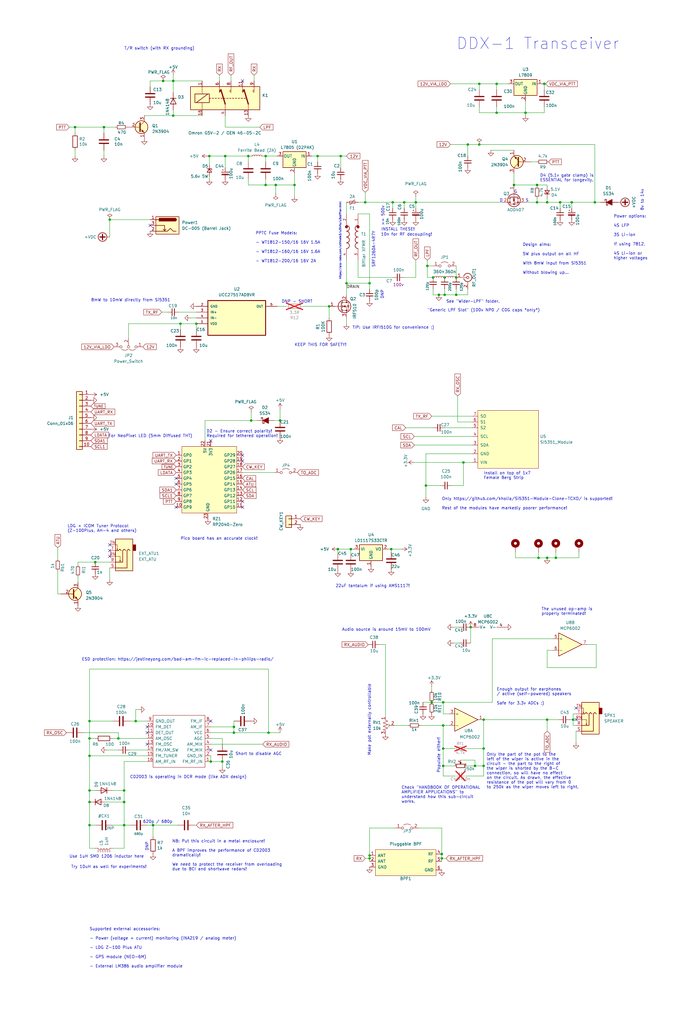
<source format=kicad_sch>
(kicad_sch (version 20231120) (generator "eeschema") (generator_version "8.0")
  (paper "User" 299.999 450.012)
  (title_block (title "DDX-1 Digital Transceiver") (date "2024-01-13") (rev "Revision 1.10") (company "Author: Dhiru Kholia (VU3CER)") (comment 1 "Global Communications Transceiver"))
  (junction (at 194.945 336.55))
  (junction (at 193.04 129.54))
  (junction (at 162.56 124.46))
  (junction (at 162.56 377.19))
  (junction (at 261.62 88.9))
  (junction (at 187.96 116.84))
  (junction (at 218.44 36.83))
  (junction (at 194.31 375.285))
  (junction (at 148.59 241.3))
  (junction (at 236.22 81.28))
  (junction (at 139.7 68.58))
  (junction (at 110.49 184.785))
  (junction (at 59.69 316.865))
  (junction (at 195.58 129.54))
  (junction (at 86.36 142.24))
  (junction (at 246.38 88.9))
  (junction (at 97.79 334.645))
  (junction (at 212.725 336.55))
  (junction (at 54.61 362.585))
  (junction (at 212.725 328.93))
  (junction (at 210.82 63.5))
  (junction (at 39.37 352.425))
  (junction (at 123.19 184.785))
  (junction (at 39.37 362.585))
  (junction (at 109.22 68.58))
  (junction (at 45.72 55.88))
  (junction (at 39.37 332.105))
  (junction (at 194.945 318.77))
  (junction (at 71.755 35.56))
  (junction (at 129.54 81.28))
  (junction (at 240.665 316.23))
  (junction (at 154.305 241.3))
  (junction (at 207.01 275.59))
  (junction (at 67.31 362.585))
  (junction (at 54.61 352.425))
  (junction (at 190.5 121.92))
  (junction (at 92.075 68.58))
  (junction (at 200.66 121.92))
  (junction (at 231.14 49.53))
  (junction (at 236.22 88.9))
  (junction (at 116.84 81.28))
  (junction (at 244.475 245.11))
  (junction (at 54.61 347.345))
  (junction (at 160.655 88.9))
  (junction (at 194.945 308.61))
  (junction (at 218.44 49.53))
  (junction (at 189.865 308.61))
  (junction (at 79.375 142.24))
  (junction (at 195.58 121.92))
  (junction (at 177.8 88.9))
  (junction (at 121.285 81.28))
  (junction (at 252.095 316.23))
  (junction (at 39.37 347.345))
  (junction (at 240.665 88.9))
  (junction (at 162.56 375.92))
  (junction (at 102.87 319.405))
  (junction (at 172.085 241.3))
  (junction (at 172.72 88.9))
  (junction (at 99.06 68.58))
  (junction (at 41.91 247.015))
  (junction (at 39.37 324.485))
  (junction (at 200.66 129.54))
  (junction (at 144.78 134.62))
  (junction (at 210.82 36.83))
  (junction (at 152.4 124.46))
  (junction (at 102.87 321.945))
  (junction (at 52.07 324.485))
  (junction (at 212.725 316.23))
  (junction (at 182.88 88.9))
  (junction (at 39.37 316.865))
  (junction (at 187.325 213.36))
  (junction (at 251.46 88.9))
  (junction (at 194.945 328.93))
  (junction (at 92.71 334.645))
  (junction (at 194.31 377.19))
  (junction (at 239.395 36.83))
  (junction (at 203.835 203.2))
  (junction (at 33.02 55.88))
  (junction (at 226.06 81.28))
  (junction (at 76.2 50.8))
  (junction (at 116.84 68.58))
  (junction (at 48.26 96.52))
  (junction (at 236.855 245.11))
  (junction (at 205.74 63.5))
  (junction (at 118.11 321.945))
  (junction (at 240.665 245.11))
  (junction (at 208.915 336.55))
  (junction (at 149.86 68.58))
  (junction (at 76.2 35.56))
  (no_connect (at 106.68 202.565))
  (no_connect (at 48.26 239.395))
  (no_connect (at 106.68 220.345))
  (no_connect (at 64.77 319.405))
  (no_connect (at 77.47 210.185))
  (no_connect (at 92.71 193.675))
  (no_connect (at 92.71 316.865))
  (no_connect (at 106.68 222.885))
  (no_connect (at 64.77 321.945))
  (no_connect (at 253.365 316.23))
  (no_connect (at 106.68 200.025))
  (no_connect (at 66.04 99.06))
  (no_connect (at 64.77 327.025))
  (no_connect (at 48.26 241.935))
  (no_connect (at 77.47 212.725))
  (no_connect (at 92.71 329.565))
  (no_connect (at 106.68 35.56))
  (no_connect (at 77.47 222.885))
  (no_connect (at 48.26 244.475))
  (no_connect (at 253.365 311.15))
  (wire (pts (xy 59.69 311.785) (xy 60.96 311.785)))
  (wire (pts (xy 39.37 347.345) (xy 39.37 352.425)))
  (wire (pts (xy 218.44 36.83) (xy 218.44 39.37)))
  (wire (pts (xy 66.04 35.56) (xy 66.04 38.1)))
  (wire (pts (xy 111.76 33.02) (xy 111.76 35.56)))
  (wire (pts (xy 246.38 88.9) (xy 251.46 88.9)))
  (wire (pts (xy 92.71 332.105) (xy 92.71 334.645)))
  (wire (pts (xy 226.695 245.11) (xy 236.855 245.11)))
  (wire (pts (xy 39.37 324.485) (xy 39.37 316.865)))
  (wire (pts (xy 144.78 139.7) (xy 144.78 134.62)))
  (wire (pts (xy 154.305 241.3) (xy 154.305 243.205)))
  (wire (pts (xy 25.4 240.665) (xy 25.4 245.745)))
  (wire (pts (xy 41.91 347.345) (xy 39.37 347.345)))
  (wire (pts (xy 116.84 68.58) (xy 116.84 71.12)))
  (wire (pts (xy 253.365 318.77) (xy 252.095 318.77)))
  (wire (pts (xy 157.48 93.98) (xy 162.56 93.98)))
  (wire (pts (xy 162.56 363.855) (xy 173.99 363.855)))
  (wire (pts (xy 45.72 55.88) (xy 45.72 58.42)))
  (wire (pts (xy 39.37 316.865) (xy 39.37 294.005)))
  (wire (pts (xy 200.66 129.54) (xy 205.74 129.54)))
  (wire (pts (xy 139.7 71.12) (xy 139.7 68.58)))
  (wire (pts (xy 187.325 213.36) (xy 187.325 218.44)))
  (wire (pts (xy 121.285 81.28) (xy 129.54 81.28)))
  (wire (pts (xy 172.72 88.9) (xy 177.8 88.9)))
  (wire (pts (xy 200.66 127) (xy 200.66 129.54)))
  (wire (pts (xy 240.665 245.11) (xy 244.475 245.11)))
  (wire (pts (xy 45.72 55.88) (xy 50.8 55.88)))
  (wire (pts (xy 194.31 375.285) (xy 194.31 377.19)))
  (wire (pts (xy 157.48 114.3) (xy 157.48 121.92)))
  (wire (pts (xy 258.445 283.21) (xy 262.255 283.21)))
  (wire (pts (xy 194.945 318.77) (xy 197.485 318.77)))
  (wire (pts (xy 231.14 44.45) (xy 231.14 49.53)))
  (wire (pts (xy 210.82 63.5) (xy 261.62 63.5)))
  (wire (pts (xy 92.075 68.58) (xy 99.06 68.58)))
  (wire (pts (xy 106.68 207.645) (xy 120.65 207.645)))
  (wire (pts (xy 154.305 241.3) (xy 155.575 241.3)))
  (wire (pts (xy 90.17 184.785) (xy 110.49 184.785)))
  (wire (pts (xy 177.8 88.9) (xy 177.8 91.44)))
  (wire (pts (xy 109.22 81.28) (xy 116.84 81.28)))
  (wire (pts (xy 194.945 328.93) (xy 194.945 336.55)))
  (wire (pts (xy 251.46 88.9) (xy 251.46 91.44)))
  (wire (pts (xy 212.725 336.55) (xy 212.725 340.995)))
  (wire (pts (xy 48.26 96.52) (xy 48.26 104.14)))
  (wire (pts (xy 90.17 184.785) (xy 90.17 193.675)))
  (wire (pts (xy 34.29 247.015) (xy 41.91 247.015)))
  (wire (pts (xy 39.37 294.005) (xy 118.11 294.005)))
  (wire (pts (xy 86.36 142.24) (xy 86.36 144.78)))
  (wire (pts (xy 34.29 247.015) (xy 34.29 248.285)))
  (wire (pts (xy 182.245 191.77) (xy 207.645 191.77)))
  (wire (pts (xy 240.665 86.995) (xy 240.665 88.9)))
  (wire (pts (xy 118.11 321.945) (xy 123.19 321.945)))
  (wire (pts (xy 184.15 363.855) (xy 194.31 363.855)))
  (wire (pts (xy 39.37 332.105) (xy 39.37 324.485)))
  (wire (pts (xy 172.085 242.57) (xy 172.085 241.3)))
  (wire (pts (xy 48.26 96.52) (xy 66.04 96.52)))
  (wire (pts (xy 210.82 49.53) (xy 218.44 49.53)))
  (wire (pts (xy 54.61 362.585) (xy 54.61 372.745)))
  (wire (pts (xy 194.945 336.55) (xy 200.025 336.55)))
  (wire (pts (xy 83.82 139.7) (xy 86.36 139.7)))
  (wire (pts (xy 253.365 321.31) (xy 253.365 326.39)))
  (wire (pts (xy 33.02 58.42) (xy 33.02 55.88)))
  (wire (pts (xy 45.72 66.04) (xy 45.72 68.58)))
  (wire (pts (xy 200.025 328.93) (xy 194.945 328.93)))
  (wire (pts (xy 97.79 324.485) (xy 97.79 327.025)))
  (wire (pts (xy 160.655 88.9) (xy 172.72 88.9)))
  (wire (pts (xy 194.31 377.19) (xy 194.31 378.46)))
  (wire (pts (xy 210.82 49.53) (xy 210.82 46.99)))
  (wire (pts (xy 182.245 203.2) (xy 203.835 203.2)))
  (wire (pts (xy 261.62 88.9) (xy 264.16 88.9)))
  (wire (pts (xy 76.2 33.02) (xy 76.2 35.56)))
  (wire (pts (xy 152.4 93.98) (xy 152.4 88.9)))
  (wire (pts (xy 194.945 328.93) (xy 194.945 318.77)))
  (wire (pts (xy 170.815 241.3) (xy 172.085 241.3)))
  (wire (pts (xy 157.48 88.9) (xy 160.655 88.9)))
  (wire (pts (xy 102.87 319.405) (xy 102.87 321.945)))
  (wire (pts (xy 118.11 294.005) (xy 118.11 321.945)))
  (wire (pts (xy 244.475 245.11) (xy 254.635 245.11)))
  (wire (pts (xy 48.26 249.555) (xy 48.26 254.635)))
  (wire (pts (xy 71.755 35.56) (xy 66.04 35.56)))
  (wire (pts (xy 79.375 144.78) (xy 79.375 142.24)))
  (wire (pts (xy 201.93 282.575) (xy 199.39 282.575)))
  (wire (pts (xy 99.06 68.58) (xy 109.22 68.58)))
  (wire (pts (xy 67.31 362.585) (xy 78.105 362.585)))
  (wire (pts (xy 59.69 316.865) (xy 59.69 311.785)))
  (wire (pts (xy 157.48 121.92) (xy 172.72 121.92)))
  (wire (pts (xy 41.91 247.015) (xy 48.26 247.015)))
  (wire (pts (xy 233.68 71.12) (xy 236.22 71.12)))
  (wire (pts (xy 54.61 334.645) (xy 64.77 334.645)))
  (wire (pts (xy 120.65 184.785) (xy 123.19 184.785)))
  (wire (pts (xy 162.56 93.98) (xy 162.56 124.46)))
  (wire (pts (xy 172.085 241.3) (xy 176.53 241.3)))
  (wire (pts (xy 99.06 50.8) (xy 99.06 55.88)))
  (wire (pts (xy 152.4 124.46) (xy 152.4 129.54)))
  (wire (pts (xy 57.15 329.565) (xy 64.77 329.565)))
  (wire (pts (xy 34.29 253.365) (xy 34.29 255.905)))
  (wire (pts (xy 184.785 318.77) (xy 194.945 318.77)))
  (wire (pts (xy 102.87 321.945) (xy 118.11 321.945)))
  (wire (pts (xy 116.84 81.28) (xy 121.285 81.28)))
  (wire (pts (xy 46.99 352.425) (xy 54.61 352.425)))
  (wire (pts (xy 252.095 313.69) (xy 253.365 313.69)))
  (wire (pts (xy 231.14 50.8) (xy 231.14 49.53)))
  (wire (pts (xy 76.2 35.56) (xy 88.9 35.56)))
  (wire (pts (xy 216.535 280.67) (xy 243.205 280.67)))
  (wire (pts (xy 205.105 328.93) (xy 212.725 328.93)))
  (wire (pts (xy 262.255 283.21) (xy 262.255 293.37)))
  (wire (pts (xy 201.295 185.42) (xy 207.645 185.42)))
  (wire (pts (xy 210.82 39.37) (xy 210.82 36.83)))
  (wire (pts (xy 109.22 68.58) (xy 110.49 68.58)))
  (wire (pts (xy 121.285 85.09) (xy 121.285 81.28)))
  (wire (pts (xy 49.53 362.585) (xy 54.61 362.585)))
  (wire (pts (xy 194.945 308.61) (xy 216.535 308.61)))
  (wire (pts (xy 194.31 377.19) (xy 196.215 377.19)))
  (wire (pts (xy 244.475 242.57) (xy 244.475 245.11)))
  (wire (pts (xy 25.4 260.985) (xy 26.67 260.985)))
  (wire (pts (xy 152.4 142.24) (xy 152.4 139.7)))
  (wire (pts (xy 186.055 308.61) (xy 189.865 308.61)))
  (wire (pts (xy 172.72 88.9) (xy 172.72 91.44)))
  (wire (pts (xy 169.545 283.21) (xy 169.545 314.96)))
  (wire (pts (xy 240.665 81.28) (xy 240.665 81.915)))
  (wire (pts (xy 216.535 280.67) (xy 216.535 308.61)))
  (wire (pts (xy 194.31 363.855) (xy 194.31 375.285)))
  (wire (pts (xy 243.205 285.75) (xy 240.665 285.75)))
  (wire (pts (xy 187.96 116.84) (xy 190.5 116.84)))
  (wire (pts (xy 194.945 308.61) (xy 194.945 313.69)))
  (wire (pts (xy 226.695 242.57) (xy 226.695 245.11)))
  (wire (pts (xy 49.53 347.345) (xy 54.61 347.345)))
  (wire (pts (xy 238.76 36.83) (xy 239.395 36.83)))
  (wire (pts (xy 39.37 316.865) (xy 49.53 316.865)))
  (wire (pts (xy 193.04 129.54) (xy 195.58 129.54)))
  (wire (pts (xy 190.5 187.96) (xy 178.435 187.96)))
  (wire (pts (xy 182.88 88.9) (xy 220.98 88.9)))
  (wire (pts (xy 54.61 362.585) (xy 57.15 362.585)))
  (wire (pts (xy 99.06 55.88) (xy 114.3 55.88)))
  (wire (pts (xy 205.74 68.58) (xy 205.74 63.5)))
  (wire (pts (xy 39.37 362.585) (xy 41.91 362.585)))
  (wire (pts (xy 46.99 329.565) (xy 52.07 329.565)))
  (wire (pts (xy 91.44 68.58) (xy 92.075 68.58)))
  (wire (pts (xy 195.58 127) (xy 195.58 129.54)))
  (wire (pts (xy 49.53 324.485) (xy 52.07 324.485)))
  (wire (pts (xy 33.02 55.88) (xy 45.72 55.88)))
  (wire (pts (xy 205.105 336.55) (xy 208.915 336.55)))
  (wire (pts (xy 109.22 71.12) (xy 109.22 68.58)))
  (wire (pts (xy 240.665 316.23) (xy 240.665 321.31)))
  (wire (pts (xy 115.57 68.58) (xy 116.84 68.58)))
  (wire (pts (xy 149.86 68.58) (xy 152.4 68.58)))
  (wire (pts (xy 109.22 81.28) (xy 109.22 78.74)))
  (wire (pts (xy 212.725 328.93) (xy 212.725 336.55)))
  (wire (pts (xy 182.88 88.9) (xy 182.88 91.44)))
  (wire (pts (xy 236.22 88.9) (xy 240.665 88.9)))
  (wire (pts (xy 240.665 285.75) (xy 240.665 293.37)))
  (wire (pts (xy 187.96 116.84) (xy 187.96 121.92)))
  (wire (pts (xy 254.635 245.11) (xy 254.635 242.57)))
  (wire (pts (xy 240.665 293.37) (xy 262.255 293.37)))
  (wire (pts (xy 226.06 76.2) (xy 226.06 81.28)))
  (wire (pts (xy 189.865 182.88) (xy 207.645 182.88)))
  (wire (pts (xy 79.375 142.24) (xy 86.36 142.24)))
  (wire (pts (xy 187.96 121.92) (xy 190.5 121.92)))
  (wire (pts (xy 187.325 199.39) (xy 187.325 213.36)))
  (wire (pts (xy 198.755 213.36) (xy 203.835 213.36)))
  (wire (pts (xy 92.71 321.945) (xy 102.87 321.945)))
  (wire (pts (xy 49.53 372.745) (xy 54.61 372.745)))
  (wire (pts (xy 116.84 68.58) (xy 121.92 68.58)))
  (wire (pts (xy 189.865 308.61) (xy 194.945 308.61)))
  (wire (pts (xy 116.84 78.74) (xy 116.84 81.28)))
  (wire (pts (xy 71.12 137.16) (xy 73.66 137.16)))
  (wire (pts (xy 205.74 129.54) (xy 205.74 127)))
  (wire (pts (xy 162.56 375.92) (xy 162.56 377.19)))
  (wire (pts (xy 121.92 134.62) (xy 125.73 134.62)))
  (wire (pts (xy 152.4 124.46) (xy 162.56 124.46)))
  (wire (pts (xy 133.35 134.62) (xy 144.78 134.62)))
  (wire (pts (xy 64.77 362.585) (xy 67.31 362.585)))
  (wire (pts (xy 92.71 327.025) (xy 115.57 327.025)))
  (wire (pts (xy 177.8 88.9) (xy 182.88 88.9)))
  (wire (pts (xy 110.49 180.975) (xy 110.49 184.785)))
  (wire (pts (xy 252.095 318.77) (xy 252.095 316.23)))
  (wire (pts (xy 173.355 318.77) (xy 179.705 318.77)))
  (wire (pts (xy 129.54 86.36) (xy 129.54 81.28)))
  (wire (pts (xy 97.79 334.645) (xy 97.79 337.185)))
  (wire (pts (xy 218.44 36.83) (xy 223.52 36.83)))
  (wire (pts (xy 92.075 77.47) (xy 92.075 78.74)))
  (wire (pts (xy 208.915 334.01) (xy 208.915 336.55)))
  (wire (pts (xy 195.58 129.54) (xy 200.66 129.54)))
  (wire (pts (xy 92.71 334.645) (xy 97.79 334.645)))
  (wire (pts (xy 148.59 241.3) (xy 154.305 241.3)))
  (wire (pts (xy 39.37 362.585) (xy 39.37 352.425)))
  (wire (pts (xy 56.515 142.24) (xy 79.375 142.24)))
  (wire (pts (xy 231.14 88.9) (xy 236.22 88.9)))
  (wire (pts (xy 162.56 377.19) (xy 162.56 378.46)))
  (wire (pts (xy 92.71 319.405) (xy 102.87 319.405)))
  (wire (pts (xy 201.295 173.99) (xy 201.295 185.42)))
  (wire (pts (xy 205.74 63.5) (xy 210.82 63.5)))
  (wire (pts (xy 149.86 68.58) (xy 149.86 73.66)))
  (wire (pts (xy 30.48 55.88) (xy 33.02 55.88)))
  (wire (pts (xy 208.915 336.55) (xy 212.725 336.55)))
  (wire (pts (xy 203.835 213.36) (xy 203.835 203.2)))
  (wire (pts (xy 261.62 63.5) (xy 261.62 88.9)))
  (wire (pts (xy 212.725 316.23) (xy 240.665 316.23)))
  (wire (pts (xy 202.565 334.01) (xy 208.915 334.01)))
  (wire (pts (xy 123.19 179.705) (xy 123.19 184.785)))
  (wire (pts (xy 187.96 114.3) (xy 187.96 116.84)))
  (wire (pts (xy 198.12 63.5) (xy 205.74 63.5)))
  (wire (pts (xy 139.7 68.58) (xy 149.86 68.58)))
  (wire (pts (xy 236.22 86.995) (xy 236.22 88.9)))
  (wire (pts (xy 92.075 68.58) (xy 92.075 72.39)))
  (wire (pts (xy 189.865 301.625) (xy 189.865 303.53)))
  (wire (pts (xy 162.56 124.46) (xy 162.56 127)))
  (wire (pts (xy 251.46 88.9) (xy 261.62 88.9)))
  (wire (pts (xy 194.945 313.69) (xy 197.485 313.69)))
  (wire (pts (xy 218.44 46.99) (xy 218.44 49.53)))
  (wire (pts (xy 85.725 362.585) (xy 86.36 362.585)))
  (wire (pts (xy 101.6 33.02) (xy 101.6 35.56)))
  (wire (pts (xy 78.74 137.16) (xy 86.36 137.16)))
  (wire (pts (xy 236.22 81.28) (xy 236.22 81.915)))
  (wire (pts (xy 187.325 199.39) (xy 207.645 199.39)))
  (wire (pts (xy 239.395 36.83) (xy 239.395 39.37)))
  (wire (pts (xy 33.02 66.04) (xy 33.02 68.58)))
  (wire (pts (xy 76.2 35.56) (xy 76.2 40.64)))
  (wire (pts (xy 182.88 114.3) (xy 182.88 121.92)))
  (wire (pts (xy 41.91 324.485) (xy 39.37 324.485)))
  (wire (pts (xy 41.91 372.745) (xy 39.37 372.745)))
  (wire (pts (xy 190.5 129.54) (xy 193.04 129.54)))
  (wire (pts (xy 240.665 316.23) (xy 245.745 316.23)))
  (wire (pts (xy 231.14 49.53) (xy 239.395 49.53)))
  (wire (pts (xy 110.49 184.785) (xy 113.03 184.785)))
  (wire (pts (xy 212.725 316.23) (xy 212.725 328.93)))
  (wire (pts (xy 102.87 316.865) (xy 102.87 319.405)))
  (wire (pts (xy 207.645 187.96) (xy 195.58 187.96)))
  (wire (pts (xy 56.515 148.59) (xy 56.515 142.24)))
  (wire (pts (xy 194.945 340.995) (xy 200.025 340.995)))
  (wire (pts (xy 236.855 242.57) (xy 236.855 245.11)))
  (wire (pts (xy 160.655 377.19) (xy 162.56 377.19)))
  (wire (pts (xy 207.01 275.59) (xy 207.01 282.575)))
  (wire (pts (xy 52.07 324.485) (xy 64.77 324.485)))
  (wire (pts (xy 201.93 275.59) (xy 199.39 275.59)))
  (wire (pts (xy 39.37 332.105) (xy 39.37 347.345)))
  (wire (pts (xy 96.52 33.02) (xy 96.52 35.56)))
  (wire (pts (xy 76.2 50.8) (xy 76.2 48.26)))
  (wire (pts (xy 210.82 36.83) (xy 218.44 36.83)))
  (wire (pts (xy 148.59 241.3) (xy 148.59 243.205)))
  (wire (pts (xy 54.61 352.425) (xy 54.61 347.345)))
  (wire (pts (xy 54.61 362.585) (xy 54.61 352.425)))
  (wire (pts (xy 239.395 36.83) (xy 240.03 36.83)))
  (wire (pts (xy 182.245 195.58) (xy 207.645 195.58)))
  (wire (pts (xy 76.2 50.8) (xy 88.9 50.8)))
  (wire (pts (xy 160.655 84.455) (xy 160.655 88.9)))
  (wire (pts (xy 226.06 81.28) (xy 236.22 81.28)))
  (wire (pts (xy 162.56 363.855) (xy 162.56 375.92)))
  (wire (pts (xy 198.12 36.83) (xy 210.82 36.83)))
  (wire (pts (xy 187.325 213.36) (xy 193.675 213.36)))
  (wire (pts (xy 167.005 283.21) (xy 169.545 283.21)))
  (wire (pts (xy 194.945 336.55) (xy 194.945 340.995)))
  (wire (pts (xy 39.37 362.585) (xy 39.37 372.745)))
  (wire (pts (xy 236.855 245.11) (xy 240.665 245.11)))
  (wire (pts (xy 92.71 324.485) (xy 97.79 324.485)))
  (wire (pts (xy 39.37 332.105) (xy 64.77 332.105)))
  (wire (pts (xy 63.5 50.8) (xy 76.2 50.8)))
  (wire (pts (xy 215.9 66.04) (xy 226.06 66.04)))
  (wire (pts (xy 205.105 340.995) (xy 212.725 340.995)))
  (wire (pts (xy 182.88 86.36) (xy 182.88 88.9)))
  (wire (pts (xy 152.4 114.3) (xy 152.4 124.46)))
  (wire (pts (xy 177.8 121.92) (xy 182.88 121.92)))
  (wire (pts (xy 52.07 321.945) (xy 52.07 324.485)))
  (wire (pts (xy 190.5 127) (xy 190.5 129.54)))
  (wire (pts (xy 236.22 81.28) (xy 240.665 81.28)))
  (wire (pts (xy 203.835 203.2) (xy 207.645 203.2)))
  (wire (pts (xy 129.54 76.2) (xy 129.54 81.28)))
  (wire (pts (xy 54.61 334.645) (xy 54.61 347.345)))
  (wire (pts (xy 25.4 250.825) (xy 25.4 260.985)))
  (wire (pts (xy 252.095 316.23) (xy 252.095 313.69)))
  (wire (pts (xy 76.2 35.56) (xy 71.755 35.56)))
  (wire (pts (xy 67.31 367.665) (xy 67.31 362.585)))
  (wire (pts (xy 246.38 88.9) (xy 246.38 91.44)))
  (wire (pts (xy 36.83 321.945) (xy 52.07 321.945)))
  (wire (pts (xy 239.395 46.99) (xy 239.395 49.53)))
  (wire (pts (xy 218.44 49.53) (xy 231.14 49.53)))
  (wire (pts (xy 99.06 68.58) (xy 99.06 73.66)))
  (wire (pts (xy 200.66 121.92) (xy 200.66 116.84)))
  (wire (pts (xy 240.665 88.9) (xy 246.38 88.9)))
  (wire (pts (xy 137.16 68.58) (xy 139.7 68.58)))
  (wire (pts (xy 57.15 316.865) (xy 59.69 316.865)))
  (wire (pts (xy 250.825 316.23) (xy 252.095 316.23)))
  (wire (pts (xy 64.77 316.865) (xy 59.69 316.865)))
  (text "PPTC Fuse Models:\n\n- WT1812-150/16 16V 1.5A\n\n- WT1812-160/16 16V 1.6A\n\n- WT1812-200/16 16V 2A" (at 112.395 115.57 0) (effects (font (size 1.27 1.27)) (justify left bottom)))
  (text "T/R switch (with RX grounding)" (at 54.61 22.098 0) (effects (font (size 1.27 1.27)) (justify left bottom)))
  (text "Supported external accessories:\n\n- Power (voltage + current) monitoring (INA219 / analog meter)\n\n- LDG Z-100 Plus ATU\n\n- GPS module (NEO-6M)\n\n- External LM386 audio amplifier module" (at 39.37 425.45 0) (effects (font (size 1.27 1.27)) (justify left bottom)))
  (text "8mW to 10mW directly from Si5351" (at 74.93 132.715 0) (effects (font (size 1.27 1.27)) (justify right bottom)))
  (text "Power options:\n\n4S LFP\n\n3S Li-ion\n\nIf using 7812,\n\n4S Li-ion or \nhigher voltages\n" (at 269.875 114.3 0) (effects (font (size 1.27 1.27)) (justify left bottom)))
  (text "ESD protection: https://jestineyong.com/bad-am-fm-ic-replaced-in-philips-radio/" (at 120.396 290.576 0) (effects (font (size 1.27 1.27)) (justify right bottom)))
  (text "Try 10uH as well for experiments!" (at 31.242 381.762 0) (effects (font (size 1.27 1.27)) (justify left bottom)))
  (text "G" (at 226.06 85.09 0) (effects (font (size 1.27 1.27)) (justify left bottom)))
  (text "Use 1uH SMD 1206 inductor here" (at 30.48 377.19 0) (effects (font (size 1.27 1.27)) (justify left bottom)))
  (text "Pico board has an accurate clock!" (at 79.375 237.49 0) (effects (font (size 1.27 1.27)) (justify left bottom)))
  (text "KEEP THIS FOR SAFETY!" (at 129.54 152.4 0) (effects (font (size 1.27 1.27)) (justify left bottom)))
  (text "CD2003 is operating in DCR mode (like ADX design)" (at 57.15 342.265 0) (effects (font (size 1.27 1.27)) (justify left bottom)))
  (text "Enough output for earphones \n/ active (self-powered) speakers\n\nSafe for 3.3v ADCs ;)" (at 218.44 309.88 0) (effects (font (size 1.27 1.27)) (justify left bottom)))
  (text "DNP" (at 65.405 374.015 90) (effects (font (size 1.27 1.27)) (justify left bottom)))
  (text "Audio source is around 15mV to 100mV" (at 150.368 277.495 0) (effects (font (size 1.27 1.27)) (justify left bottom)))
  (text "DNP" (at 168.91 131.445 90) (effects (font (size 1.27 1.27)) (justify left bottom)))
  (text "LDG + ICOM Tuner Protocol\n(Z-100Plus, AH-4 and others)" (at 29.6418 234.061 0) (effects (font (size 1.27 1.27)) (justify left bottom)))
  (text "D2 - Ensure correct polarity! \nRequired for tethered operation!" (at 90.805 192.405 0) (effects (font (size 1.27 1.27)) (justify left bottom)))
  (text "10n for RF decoupling!" (at 178.816 103.124 0) (effects (font (size 1.27 1.27))))
  (text "Install on top of 1x7 \nFemale Berg Strip" (at 212.725 210.82 0) (effects (font (size 1.27 1.27)) (justify left bottom)))
  (text "DDX-1 Transceiver" (at 200.66 22.225 0) (effects (font (size 5 5)) (justify left bottom)))
  (text "Design aims:\n\n5W plus output on all HF\n\nWith 8mW input from Si5351\n\nWithout blowing up..." (at 229.87 120.65 0) (effects (font (size 1.27 1.27)) (justify left bottom)))
  (text "Check \"HANDBOOK OF OPERATIONAL\nAMPLIFIER APPLICATIONS\" to \nunderstand how this sub-circuit\nworks." (at 176.53 353.06 0) (effects (font (size 1.27 1.27)) (justify left bottom)))
  (text "22uF tantalum if using AMS1117!" (at 147.574 258.318 0) (effects (font (size 1.27 1.27)) (justify left bottom)))
  (text "SRF1260A-4R7Y" (at 165.1 117.602 90) (effects (font (size 1.27 1.27)) (justify left bottom)))
  (text "\"Generic LPF Slot\" (100v NP0 / C0G caps *only*)" (at 187.96 137.16 0) (effects (font (size 1.27 1.27)) (justify left bottom)))
  (text "https://qrp-labs.com/ultimate3/u3info/u3sbifilar.html" (at 150.114 122.936 90) (effects (font (size 0.8 0.8)) (justify left bottom)))
  (text "Only https://github.com/kholia/Si5351-Module-Clone-TCXO/ is supported!\n\nRest of the modules have markedly poorer performance!" (at 194.31 224.155 0) (effects (font (size 1.27 1.27)) (justify left bottom)))
  (text "8v to 14v" (at 283.21 92.71 90) (effects (font (size 1.27 1.27)) (justify left bottom)))
  (text "D" (at 219.71 88.9 0) (effects (font (size 1.27 1.27)) (justify left bottom)))
  (text "NB: Put this circuit in a metal enclosure!\n\nA BPF improves the performance of CD2003\ndramatically!\n\nWe need to protect the receiver from overloading\ndue to BCI and shortwave radars!" (at 75.692 382.778 0) (effects (font (size 1.27 1.27)) (justify left bottom)))
  (text ">= 500v" (at 169.164 99.314 90) (effects (font (size 1.27 1.27)) (justify left bottom)))
  (text "Short to disable AGC" (at 103.505 332.105 0) (effects (font (size 1.27 1.27)) (justify left bottom)))
  (text "INSTALL THESE!" (at 167.64 101.6 0) (effects (font (size 1.27 1.27)) (justify left bottom)))
  (text "See \"Wider-LPF\" folder." (at 196.215 133.35 0) (effects (font (size 1.27 1.27)) (justify left bottom)))
  (text "For NeoPixel LED (5mm Diffused THT)" (at 47.625 192.405 0) (effects (font (size 1.27 1.27)) (justify left bottom)))
  (text "620p / 680p" (at 62.865 361.95 0) (effects (font (size 1.27 1.27)) (justify left bottom)))
  (text "D4 (5.1v gate clamp) is \nESSENTIAL for longevity." (at 237.49 80.01 0) (effects (font (size 1.27 1.27)) (justify left bottom)))
  (text "DNP - SHORT" (at 123.825 133.35 0) (effects (font (size 1.27 1.27)) (justify left bottom)))
  (text "TIP: Use IRFI510G for convenience ;)" (at 154.94 144.78 0) (effects (font (size 1.27 1.27)) (justify left bottom)))
  (text "Make pot externally controllable" (at 163.195 332.105 90) (effects (font (size 1.27 1.27)) (justify left bottom)))
  (text "Only the part of the pot to the\nleft of the wiper is active in the \ncircuit - the part to the right of\nthe wiper is shorted by the B-C \nconnection, so will have no effect\non the circuit. As drawn, the effective\nresistance of the pot will vary from 0\nto 250k as the wiper moves left to right." (at 213.995 346.71 0) (effects (font (size 1.27 1.27)) (justify left bottom)))
  (text "Populate either!" (at 193.675 339.725 90) (effects (font (size 1.27 1.27)) (justify left bottom)))
  (text "The unused op-amp is \nproperly terminated!" (at 238.125 270.51 0) (effects (font (size 1.27 1.27)) (justify left bottom)))
  (text "S" (at 231.14 88.9 0) (effects (font (size 1.27 1.27)) (justify left bottom)))
  (label "DRAIN" (at 152.4 127 0))
  (global_label "CAL" (shape input) (at 106.68 210.185 0) (property "Intersheetrefs" "${INTERSHEET_REFS}" (effects (hide yes))))
  (global_label "TX_RF" (shape input) (at 71.12 137.16 180) (property "Intersheetrefs" "${INTERSHEET_REFS}" (effects (hide yes))))
  (global_label "12V" (shape input) (at 152.4 68.58 0) (property "Intersheetrefs" "${INTERSHEET_REFS}" (effects (hide yes))))
  (global_label "SDA" (shape input) (at 106.68 217.805 0) (property "Intersheetrefs" "${INTERSHEET_REFS}" (effects (hide yes))))
  (global_label "UART_TX" (shape input) (at 77.47 200.025 180) (property "Intersheetrefs" "${INTERSHEET_REFS}" (effects (hide yes))))
  (global_label "TX_RF" (shape input) (at 189.865 182.88 180) (property "Intersheetrefs" "${INTERSHEET_REFS}" (effects (hide yes))))
  (global_label "RF_OUT" (shape input) (at 101.6 33.02 90) (property "Intersheetrefs" "${INTERSHEET_REFS}" (effects (hide yes))))
  (global_label "RF_OUT" (shape input) (at 182.88 114.3 90) (property "Intersheetrefs" "${INTERSHEET_REFS}" (effects (hide yes))))
  (global_label "CAL" (shape input) (at 178.435 187.96 180) (property "Intersheetrefs" "${INTERSHEET_REFS}" (effects (hide yes))))
  (global_label "LPF" (shape input) (at 114.3 55.88 0) (property "Intersheetrefs" "${INTERSHEET_REFS}" (effects (hide yes))))
  (global_label "SDA1" (shape input) (at 40.005 193.675 0) (property "Intersheetrefs" "${INTERSHEET_REFS}" (effects (hide yes))))
  (global_label "CW_KEY" (shape input) (at 132.08 227.965 0) (property "Intersheetrefs" "${INTERSHEET_REFS}" (effects (hide yes))))
  (global_label "VDC_VIA_PTT" (shape input) (at 160.655 84.455 90) (property "Intersheetrefs" "${INTERSHEET_REFS}" (effects (hide yes))))
  (global_label "RX_OSC" (shape input) (at 29.21 321.945 180) (property "Intersheetrefs" "${INTERSHEET_REFS}" (effects (hide yes))))
  (global_label "TUNE" (shape input) (at 77.47 205.105 180) (effects (font (size 1.1 1.1))) (property "Intersheetrefs" "${INTERSHEET_REFS}" (effects (hide yes))))
  (global_label "TUNE" (shape input) (at 40.005 178.435 0) (effects (font (size 1.1 1.1))) (property "Intersheetrefs" "${INTERSHEET_REFS}" (effects (hide yes))))
  (global_label "CW_KEY" (shape input) (at 106.68 205.105 0) (property "Intersheetrefs" "${INTERSHEET_REFS}" (effects (hide yes))))
  (global_label "ATU" (shape input) (at 106.68 212.725 0) (property "Intersheetrefs" "${INTERSHEET_REFS}" (effects (hide yes))))
  (global_label "RX_AUDIO" (shape input) (at 115.57 327.025 0) (property "Intersheetrefs" "${INTERSHEET_REFS}" (effects (hide yes))))
  (global_label "TO_ADC" (shape input) (at 240.665 321.31 270) (property "Intersheetrefs" "${INTERSHEET_REFS}" (effects (hide yes))))
  (global_label "SCL" (shape input) (at 182.245 191.77 180) (property "Intersheetrefs" "${INTERSHEET_REFS}" (effects (hide yes))))
  (global_label "SDA" (shape input) (at 182.245 195.58 180) (property "Intersheetrefs" "${INTERSHEET_REFS}" (effects (hide yes))))
  (global_label "LDATA" (shape input) (at 40.005 191.135 0) (property "Intersheetrefs" "${INTERSHEET_REFS}" (effects (hide yes))))
  (global_label "SCL" (shape input) (at 106.68 215.265 0) (property "Intersheetrefs" "${INTERSHEET_REFS}" (effects (hide yes))))
  (global_label "12V" (shape input) (at 198.12 63.5 180) (property "Intersheetrefs" "${INTERSHEET_REFS}" (effects (hide yes))))
  (global_label "RX_AFTER_HPF" (shape input) (at 86.36 362.585 0) (property "Intersheetrefs" "${INTERSHEET_REFS}" (effects (hide yes))))
  (global_label "UART_RX" (shape input) (at 40.005 180.975 0) (property "Intersheetrefs" "${INTERSHEET_REFS}" (effects (hide yes))))
  (global_label "RX_AUDIO" (shape input) (at 161.925 283.21 180) (property "Intersheetrefs" "${INTERSHEET_REFS}" (effects (hide yes))))
  (global_label "PTT" (shape input) (at 77.47 220.345 180) (property "Intersheetrefs" "${INTERSHEET_REFS}" (effects (hide yes))))
  (global_label "LDATA" (shape input) (at 77.47 207.645 180) (property "Intersheetrefs" "${INTERSHEET_REFS}" (effects (hide yes))))
  (global_label "SDA1" (shape input) (at 77.47 215.265 180) (property "Intersheetrefs" "${INTERSHEET_REFS}" (effects (hide yes))))
  (global_label "UART_TX" (shape input) (at 40.005 186.055 0) (property "Intersheetrefs" "${INTERSHEET_REFS}" (effects (hide yes))))
  (global_label "PTT" (shape input) (at 30.48 55.88 180) (property "Intersheetrefs" "${INTERSHEET_REFS}" (effects (hide yes))))
  (global_label "SCL1" (shape input) (at 40.005 196.215 0) (property "Intersheetrefs" "${INTERSHEET_REFS}" (effects (hide yes))))
  (global_label "12V" (shape input) (at 62.865 152.4 0) (property "Intersheetrefs" "${INTERSHEET_REFS}" (effects (hide yes))))
  (global_label "RX" (shape input) (at 96.52 33.02 90) (property "Intersheetrefs" "${INTERSHEET_REFS}" (effects (hide yes))))
  (global_label "UART_RX" (shape input) (at 77.47 202.565 180) (property "Intersheetrefs" "${INTERSHEET_REFS}" (effects (hide yes))))
  (global_label "12V_VIA_LDO" (shape input) (at 198.12 36.83 180) (property "Intersheetrefs" "${INTERSHEET_REFS}" (effects (hide yes))))
  (global_label "RX" (shape input) (at 111.76 33.02 90) (property "Intersheetrefs" "${INTERSHEET_REFS}" (effects (hide yes))))
  (global_label "RX_AFTER_HPF" (shape input) (at 196.215 377.19 0) (property "Intersheetrefs" "${INTERSHEET_REFS}" (effects (hide yes))))
  (global_label "RX" (shape input) (at 160.655 377.19 180) (property "Intersheetrefs" "${INTERSHEET_REFS}" (effects (hide yes))))
  (global_label "SCL1" (shape input) (at 77.47 217.805 180) (property "Intersheetrefs" "${INTERSHEET_REFS}" (effects (hide yes))))
  (global_label "TO_ADC" (shape input) (at 130.81 207.645 0) (property "Intersheetrefs" "${INTERSHEET_REFS}" (effects (hide yes))))
  (global_label "VDC_VIA_PTT" (shape input) (at 240.03 36.83 0) (property "Intersheetrefs" "${INTERSHEET_REFS}" (effects (hide yes))))
  (global_label "ATU" (shape input) (at 25.4 240.665 90) (property "Intersheetrefs" "${INTERSHEET_REFS}" (effects (hide yes))))
  (global_label "12V_VIA_LDO" (shape input) (at 50.165 152.4 180) (property "Intersheetrefs" "${INTERSHEET_REFS}" (effects (hide yes))))
  (global_label "LPF" (shape input) (at 187.96 114.3 90) (property "Intersheetrefs" "${INTERSHEET_REFS}" (effects (hide yes))))
  (global_label "PTT" (shape input) (at 241.3 71.12 0) (property "Intersheetrefs" "${INTERSHEET_REFS}" (effects (hide yes))))
  (global_label "RX_OSC" (shape input) (at 201.295 173.99 90) (property "Intersheetrefs" "${INTERSHEET_REFS}" (effects (hide yes))))
  (symbol (lib_id "Device:C_Polarized_Small") (at 182.88 93.98 0) (unit 1)
    (property "Reference" "C5" (at 179.832 90.678 0) (effects (justify left)))
    (property "Value" "100u" (at 185.42 96.52 90) (effects (justify left)))
    (property "Footprint" "Capacitor_THT:CP_Radial_D5.0mm_P2.50mm" (effects (hide yes)))
    (property "Source" "LCSC" (effects (hide yes)))
  )
  (symbol (lib_id "Device:C_Small") (at 175.26 121.92 270) (unit 1)
    (property "Reference" "C7" (at 171.196 123.444 90))
    (property "Value" "100n" (at 175.387 118.618 90))
    (property "Footprint" "Capacitor_SMD:C_1206_3216Metric_Pad1.33x1.80mm_HandSolder" (effects (hide yes)))
    (property "Source" "LCSC" (effects (hide yes)))
    (property "Voltage" "100v" (at 175.26 125.095 90))
  )
  (symbol (lib_id "power:+VDC") (at 48.26 104.14 90) (unit 1)
    (property "Reference" "#PWR0110" (effects (hide yes)))
    (property "Value" "+VDC" (at 42.4434 104.14 90) (effects (justify left)))
  )
  (symbol (lib_id "power:PWR_FLAG") (at 48.26 96.52 0) (unit 1)
    (property "Reference" "#FLG0103" (effects (hide yes)))
    (property "Value" "PWR_FLAG" (at 48.26 92.1258 0))
  )
  (symbol (lib_id "Device:C_Small") (at 177.8 93.98 0) (unit 1)
    (property "Reference" "C6" (at 175.768 90.932 90))
    (property "Value" "100n" (at 175.514 97.282 90) (effects (font (size 0.9906 0.9906))))
    (property "Footprint" "Capacitor_SMD:C_1206_3216Metric_Pad1.33x1.80mm_HandSolder" (effects (hide yes)))
    (property "Source" "LCSC" (effects (hide yes)))
  )
  (symbol (lib_id "power:GND") (at 33.02 68.58 0) (unit 1)
    (property "Reference" "#PWR018" (effects (hide yes)))
    (property "Value" "GND" (effects (hide yes)))
    (property "Description" "Power symbol creates a global label with name \"GND\" , ground" (effects (hide yes)))
  )
  (symbol (lib_id "power:PWR_FLAG") (at 182.88 86.36 0) (unit 1)
    (property "Reference" "#FLG01" (effects (hide yes)))
    (property "Value" "PWR_FLAG" (at 182.88 80.772 0))
  )
  (symbol (lib_id "Device:D_Zener_Small") (at 240.665 84.455 90) (unit 1)
    (property "Reference" "D4" (at 245.11 85.725 90) (effects (justify left)))
    (property "Value" "5.1V" (at 246.38 83.185 90) (effects (justify left)))
    (property "Footprint" "Diode_SMD:D_MiniMELF" (effects (hide yes)))
    (property "Source" "LCSC" (effects (hide yes)))
  )
  (symbol (lib_id "Device:C") (at 109.22 74.93 0) (unit 1)
    (property "Reference" "C8" (at 103.886 71.882 0) (effects (justify left)))
    (property "Value" "10u" (at 103.632 77.978 0) (effects (justify left)))
    (property "Footprint" "Capacitor_SMD:C_1206_3216Metric_Pad1.33x1.80mm_HandSolder" (effects (hide yes)))
    (property "Source" "LCSC" (effects (hide yes)))
  )
  (symbol (lib_id "Device:C_Small") (at 248.285 316.23 90) (unit 1)
    (property "Reference" "C43" (at 248.3358 313.0804 90))
    (property "Value" "10u" (at 248.412 319.024 90))
    (property "Footprint" "Capacitor_SMD:C_1206_3216Metric_Pad1.33x1.80mm_HandSolder" (effects (hide yes)))
    (property "Source" "LCSC" (effects (hide yes)))
  )
  (symbol (lib_id "Device:C") (at 218.44 43.18 0) (unit 1)
    (property "Reference" "C30" (at 221.488 40.132 0) (effects (justify left)))
    (property "Value" "100n" (at 221.488 46.736 0) (effects (justify left)))
    (property "Footprint" "Capacitor_SMD:C_1206_3216Metric_Pad1.33x1.80mm_HandSolder" (effects (hide yes)))
    (property "Source" "LCSC" (effects (hide yes)))
  )
  (symbol (lib_id "Device:R_Small") (at 189.865 311.15 0) (unit 1)
    (property "Reference" "R11" (at 193.421 311.404 90))
    (property "Value" "10k" (at 191.6176 311.2008 90))
    (property "Footprint" "Resistor_SMD:R_1206_3216Metric_Pad1.30x1.75mm_HandSolder" (effects (hide yes)))
    (property "Source" "LCSC" (effects (hide yes)))
  )
  (symbol (lib_id "Device:C") (at 79.375 148.59 0) (unit 1)
    (property "Reference" "C23" (at 74.93 145.415 0) (effects (justify left)))
    (property "Value" "100n" (at 73.025 151.765 0) (effects (justify left)))
    (property "Footprint" "Capacitor_SMD:C_0805_2012Metric_Pad1.18x1.45mm_HandSolder" (effects (hide yes)))
    (property "Source" "LCSC" (effects (hide yes)))
  )
  (symbol (lib_id "Device:L_Small") (at 198.12 121.92 90) (unit 1)
    (property "Reference" "L2" (effects (hide yes)))
    (property "Value" "360n" (at 198.12 119.38 90))
    (property "Footprint" "Inductor_THT:L_Toroid_Vertical_L10.0mm_W5.0mm_P5.08mm" (effects (hide yes)))
    (property "Source" "DIY on Toroid" (effects (hide yes)))
  )
  (symbol (lib_name "+VDC_1") (lib_id "power:+VDC") (at 271.78 88.9 270) (unit 1)
    (property "Reference" "#PWR014" (effects (hide yes)))
    (property "Value" "+VDC" (at 278.765 88.9 0))
  )
  (symbol (lib_id "power:GND") (at 83.82 139.7 270) (unit 1)
    (property "Reference" "#PWR04" (effects (hide yes)))
    (property "Value" "GND" (effects (hide yes)))
    (property "Description" "Power symbol creates a global label with name \"GND\" , ground" (effects (hide yes)))
  )
  (symbol (lib_id "Device:C_Polarized_Small") (at 99.06 76.2 0) (unit 1)
    (property "Reference" "C44" (at 94.615 73.025 0) (effects (justify left)))
    (property "Value" "100u" (at 101.6 78.74 90) (effects (justify left)))
    (property "Footprint" "Capacitor_THT:CP_Radial_D5.0mm_P2.50mm" (effects (hide yes)))
    (property "Source" "LCSC" (effects (hide yes)))
  )
  (symbol (lib_id "power:GND") (at 63.5 60.96 0) (unit 1)
    (property "Reference" "#PWR023" (effects (hide yes)))
    (property "Value" "GND" (effects (hide yes)))
    (property "Description" "Power symbol creates a global label with name \"GND\" , ground" (effects (hide yes)))
  )
  (symbol (lib_id "power:GND") (at 240.665 245.11 0) (unit 1)
    (property "Reference" "#PWR01" (effects (hide yes)))
    (property "Value" "GND" (effects (hide yes)))
    (property "Description" "Power symbol creates a global label with name \"GND\" , ground" (effects (hide yes)))
  )
  (symbol (lib_id "Device:R") (at 67.31 371.475 0) (unit 1)
    (property "Reference" "R7" (at 69.088 370.3066 0) (effects (justify left)))
    (property "Value" "1k" (at 69.088 372.618 0) (effects (justify left)))
    (property "Footprint" "Resistor_SMD:R_1206_3216Metric_Pad1.30x1.75mm_HandSolder" (effects (hide yes)))
    (property "Source" "LCSC" (effects (hide yes)))
  )
  (symbol (lib_id "Device:C") (at 66.04 41.91 0) (unit 1)
    (property "Reference" "C13" (at 67.31 39.37 0) (effects (justify left)))
    (property "Value" "10u" (at 67.31 45.085 0) (effects (justify left)))
    (property "Footprint" "Capacitor_SMD:C_1206_3216Metric_Pad1.33x1.80mm_HandSolder" (effects (hide yes)))
    (property "Source" "LCSC" (effects (hide yes)))
  )
  (symbol (lib_id "power:GND") (at 205.74 73.66 0) (unit 1)
    (property "Reference" "#PWR029" (effects (hide yes)))
    (property "Value" "GND" (effects (hide yes)))
    (property "Description" "Power symbol creates a global label with name \"GND\" , ground" (effects (hide yes)))
  )
  (symbol (lib_id "power:GND") (at 45.72 68.58 0) (unit 1)
    (property "Reference" "#PWR022" (effects (hide yes)))
    (property "Value" "GND" (effects (hide yes)))
    (property "Description" "Power symbol creates a global label with name \"GND\" , ground" (effects (hide yes)))
  )
  (symbol (lib_id "Device:C_Polarized_Small") (at 251.46 93.98 0) (unit 1)
    (property "Reference" "C15" (at 247.269 90.678 0) (effects (justify left)))
    (property "Value" "100u" (at 254 99.06 90) (effects (justify left)))
    (property "Footprint" "Capacitor_THT:CP_Radial_D5.0mm_P2.50mm" (effects (hide yes)))
    (property "Source" "LCSC" (effects (hide yes)))
  )
  (symbol (lib_id "power:GND") (at 199.39 282.575 270) (unit 1)
    (property "Reference" "#PWR076" (effects (hide yes)))
    (property "Value" "GND" (effects (hide yes)))
    (property "Description" "Power symbol creates a global label with name \"GND\" , ground" (effects (hide yes)))
  )
  (symbol (lib_id "power:GND") (at 67.31 375.285 0) (unit 1)
    (property "Reference" "#U$04" (effects (hide yes)))
    (property "Value" "GND" (effects (hide yes)))
    (property "Footprint" "Adafruit Si5351A:" (effects (hide yes)))
    (property "Description" "Power symbol creates a global label with name \"GND\" , ground" (effects (hide yes)))
  )
  (symbol (lib_id "Device:C_Small") (at 246.38 93.98 0) (unit 1)
    (property "Reference" "C14" (at 243.84 91.44 0))
    (property "Value" "100n" (at 244.094 97.282 90) (effects (font (size 0.9906 0.9906))))
    (property "Footprint" "Capacitor_SMD:C_1206_3216Metric_Pad1.33x1.80mm_HandSolder" (effects (hide yes)))
    (property "Source" "LCSC" (effects (hide yes)))
  )
  (symbol (lib_id "power:+5V") (at 76.2 33.02 0) (unit 1)
    (property "Reference" "#PWR024" (effects (hide yes)))
    (property "Value" "+5V" (at 76.2 29.464 0))
  )
  (symbol (lib_id "Device:C_Small") (at 186.055 311.15 0) (unit 1)
    (property "Reference" "C39" (at 183.134 311.785 90))
    (property "Value" "100n" (at 182.245 308.864 0))
    (property "Footprint" "Capacitor_SMD:C_1206_3216Metric_Pad1.33x1.80mm_HandSolder" (effects (hide yes)))
    (property "Source" "LCSC" (effects (hide yes)))
  )
  (symbol (lib_id "power:+3.3V") (at 207.01 275.59 0) (unit 1)
    (property "Reference" "#PWR078" (effects (hide yes)))
    (property "Value" "+3.3V" (at 207.01 270.764 0))
  )
  (symbol (lib_id "power:GND") (at 169.545 322.58 0) (unit 1)
    (property "Reference" "#PWR071" (effects (hide yes)))
    (property "Value" "GND" (effects (hide yes)))
    (property "Description" "Power symbol creates a global label with name \"GND\" , ground" (effects (hide yes)))
  )
  (symbol (lib_id "power:GND") (at 253.365 326.39 0) (mirror y) (unit 1)
    (property "Reference" "#PWR081" (effects (hide yes)))
    (property "Value" "GND" (effects (hide yes)))
    (property "Description" "Power symbol creates a global label with name \"GND\" , ground" (effects (hide yes)))
  )
  (symbol (lib_id "Device:R_Small") (at 25.4 248.285 0) (unit 1)
    (property "Reference" "Rb1" (at 27.4828 251.333 90) (effects (justify left)))
    (property "Value" "1k" (at 23.114 249.8598 90) (effects (justify left)))
    (property "Footprint" "Resistor_SMD:R_1206_3216Metric_Pad1.30x1.75mm_HandSolder" (effects (hide yes)))
    (property "Source" "LCSC" (effects (hide yes)))
  )
  (symbol (lib_name "D_1") (lib_id "Device:D") (at 45.72 347.345 180) (unit 1)
    (property "Reference" "D9" (at 42.418 346.075 90) (effects (justify right)))
    (property "Value" "1N4148" (at 43.561 344.424 0) (effects (justify right)))
    (property "Footprint" "Diode_THT:D_DO-35_SOD27_P2.54mm_Vertical_KathodeUp" (effects (hide yes)))
    (property "Datasheet" "https://www.vishay.com/docs/81857/1n4148.pdf" (effects (hide yes)))
    (property "Source" "LCSC" (effects (hide yes)))
  )
  (symbol (lib_id "Device:R") (at 144.78 143.51 0) (unit 1)
    (property "Reference" "R1" (at 139.8016 143.51 90))
    (property "Value" "100K" (at 142.113 143.51 90))
    (property "Footprint" "Resistor_SMD:R_1206_3216Metric_Pad1.30x1.75mm_HandSolder" (effects (hide yes)))
    (property "Source" "LCSC" (effects (hide yes)))
  )
  (symbol (lib_id "Diode:1N4148") (at 76.2 44.45 270) (unit 1)
    (property "Reference" "D3" (at 78.232 42.672 90) (effects (justify left)))
    (property "Value" "1N4148" (at 73.66 43.18 0) (effects (justify left)))
    (property "Footprint" "Diode_THT:D_DO-35_SOD27_P2.54mm_Vertical_KathodeUp" (effects (hide yes)))
    (property "Datasheet" "https://www.vishay.com/docs/81857/1n4148.pdf" (effects (hide yes)))
    (property "Source" "LCSC" (effects (hide yes)))
  )
  (symbol (lib_id "PCM_Diode_Schottky_AKL:SS34") (at 267.97 88.9 180) (unit 1)
    (property "Reference" "D1" (at 267.6525 82.55 0))
    (property "Value" "SS34" (at 267.6525 85.09 0))
    (property "Footprint" "Diode_SMD:D_SMA_Handsoldering" (effects (hide yes)))
    (property "Datasheet" "https://www.tme.eu/Document/4534c3d1273464918563ce78bdeb2ece/SS34-E3-57T.pdf" (effects (hide yes)))
    (property "Source" "LCSC" (effects (hide yes)))
  )
  (symbol (lib_id "Device:C_Small") (at 196.215 213.36 270) (unit 1)
    (property "Reference" "C25" (at 196.2086 207.01 90))
    (property "Value" "100n" (at 196.2086 209.55 90))
    (property "Footprint" "Capacitor_SMD:C_1206_3216Metric_Pad1.33x1.80mm_HandSolder" (effects (hide yes)))
    (property "Source" "LCSC" (effects (hide yes)))
  )
  (symbol (lib_id "power:GND") (at 91.44 227.965 0) (unit 1)
    (property "Reference" "#PWR038" (effects (hide yes)))
    (property "Value" "GND" (effects (hide yes)))
    (property "Description" "Power symbol creates a global label with name \"GND\" , ground" (effects (hide yes)))
  )
  (symbol (lib_id "power:PWR_FLAG") (at 110.49 180.975 0) (unit 1)
    (property "Reference" "#FLG05" (effects (hide yes)))
    (property "Value" "PWR_FLAG" (at 108.077 176.5808 0))
  )
  (symbol (lib_id "Regulator_Linear:L7805") (at 129.54 68.58 0) (mirror y) (unit 1)
    (property "Reference" "U1" (at 129.54 62.23 0))
    (property "Value" "L7805 (D2PAK)" (at 130.81 64.77 0))
    (property "Footprint" "Package_TO_SOT_SMD:TO-263-2" (effects (hide yes)))
    (property "Datasheet" "https://www.st.com/resource/en/datasheet/l78.pdf" (effects (hide yes)))
    (property "Source" "LCSC" (effects (hide yes)))
  )
  (symbol (lib_id "Device:C") (at 97.79 330.835 0) (unit 1)
    (property "Reference" "C36" (at 100.33 335.915 90))
    (property "Value" "10u" (at 101.6 331.47 90))
    (property "Footprint" "Capacitor_SMD:C_1206_3216Metric_Pad1.33x1.80mm_HandSolder" (effects (hide yes)))
    (property "Source" "LCSC" (effects (hide yes)))
  )
  (symbol (lib_id "power:GND") (at 92.075 78.74 0) (unit 1)
    (property "Reference" "#PWR046" (effects (hide yes)))
    (property "Value" "GND" (effects (hide yes)))
    (property "Description" "Power symbol creates a global label with name \"GND\" , ground" (effects (hide yes)))
  )
  (symbol (lib_id "Jumper:Jumper_2_Open") (at 125.73 207.645 0) (unit 1)
    (property "Reference" "JP4" (at 125.73 204.47 0))
    (property "Value" "Jumper_2_Open" (effects (hide yes)))
    (property "Footprint" "Jumper:SolderJumper-2_P1.3mm_Open_TrianglePad1.0x1.5mm" (effects (hide yes)))
    (property "Source" "NA" (effects (hide yes)))
  )
  (symbol (lib_id "power:GND") (at 182.88 96.52 0) (unit 1)
    (property "Reference" "#PWR0103" (effects (hide yes)))
    (property "Value" "GND" (effects (hide yes)))
    (property "Description" "Power symbol creates a global label with name \"GND\" , ground" (effects (hide yes)))
  )
  (symbol (lib_id "Device:C_Small") (at 195.58 124.46 0) (unit 1)
    (property "Reference" "C11" (effects (hide yes)))
    (property "Value" "200p" (at 197.866 128.016 90) (effects (font (size 1 1)) (justify left)))
    (property "Footprint" "Capacitor_SMD:C_1206_3216Metric_Pad1.33x1.80mm_HandSolder" (effects (hide yes)))
    (property "Source" "LCSC" (effects (hide yes)))
  )
  (symbol (lib_id "Jumper:Jumper_2_Open") (at 179.07 363.855 0) (unit 1)
    (property "Reference" "JP3" (at 179.07 365.125 0))
    (property "Value" "Jumper_2_Open" (effects (hide yes)))
    (property "Footprint" "Connector_PinHeader_2.54mm:PinHeader_1x02_P2.54mm_Vertical" (effects (hide yes)))
    (property "Source" "NA" (effects (hide yes)))
  )
  (symbol (lib_id "power:GND") (at 194.31 382.27 0) (unit 1)
    (property "Reference" "#PWR048" (effects (hide yes)))
    (property "Value" "GND" (effects (hide yes)))
    (property "Description" "Power symbol creates a global label with name \"GND\" , ground" (effects (hide yes)))
  )
  (symbol (lib_id "power:+3.3V") (at 176.53 241.3 270) (unit 1)
    (property "Reference" "#PWR034" (effects (hide yes)))
    (property "Value" "+3.3V" (at 180.34 241.935 0))
  )
  (symbol (lib_id "Device:R_Small") (at 202.565 328.93 270) (unit 1) (dnp yes)
    (property "Reference" "Rf1" (at 202.438 326.771 90))
    (property "Value" "4.7k" (at 202.5142 330.6826 90))
    (property "Footprint" "Resistor_SMD:R_1206_3216Metric_Pad1.30x1.75mm_HandSolder" (effects (hide yes)))
    (property "Source" "LCSC" (effects (hide yes)))
  )
  (symbol (lib_id "Device:C_Small") (at 41.91 249.555 0) (unit 1)
    (property "Reference" "C20" (at 40.005 245.11 0) (effects (justify left)))
    (property "Value" "1n" (at 42.545 251.46 0) (effects (justify left)))
    (property "Footprint" "Capacitor_SMD:C_1206_3216Metric_Pad1.33x1.80mm_HandSolder" (effects (hide yes)))
    (property "Source" "LCSC" (effects (hide yes)))
  )
  (symbol (lib_id "Jumper:Jumper_3_Open") (at 56.515 152.4 180) (unit 1)
    (property "Reference" "JP2" (at 56.515 156.21 0))
    (property "Value" "Power_Switch" (at 56.515 158.75 0))
    (property "Footprint" "Jumper:SolderJumper-3_P1.3mm_Open_RoundedPad1.0x1.5mm_NumberLabels" (effects (hide yes)))
    (property "Source" "NA" (effects (hide yes)))
  )
  (symbol (lib_id "Device:R_Small") (at 34.29 250.825 0) (unit 1)
    (property "Reference" "Rl1" (at 36.83 252.095 90) (effects (justify left)))
    (property "Value" "470" (at 32.004 252.3998 90) (effects (justify left)))
    (property "Footprint" "Resistor_SMD:R_1206_3216Metric_Pad1.30x1.75mm_HandSolder" (effects (hide yes)))
    (property "Source" "LCSC" (effects (hide yes)))
  )
  (symbol (lib_id "power:GND") (at 41.91 252.095 0) (unit 1)
    (property "Reference" "#PWR043" (effects (hide yes)))
    (property "Value" "GND" (effects (hide yes)))
    (property "Description" "Power symbol creates a global label with name \"GND\" , ground" (effects (hide yes)))
  )
  (symbol (lib_id "pluggable-bpf:Pluggable-BPF") (at 177.8 381 0) (unit 1)
    (property "Reference" "BPF1" (at 178.435 386.08 0))
    (property "Value" "Pluggable BPF" (at 178.435 370.84 0))
    (property "Footprint" "footprints:Pluggable-BPF" (effects (hide yes)))
    (property "Source" "JLCPCB(A)" (effects (hide yes)))
  )
  (symbol (lib_id "power:GND") (at 66.04 45.72 0) (unit 1)
    (property "Reference" "#PWR010" (effects (hide yes)))
    (property "Value" "GND" (effects (hide yes)))
    (property "Description" "Power symbol creates a global label with name \"GND\" , ground" (effects (hide yes)))
  )
  (symbol (lib_id "power:GND") (at 186.055 313.69 0) (unit 1)
    (property "Reference" "#PWR072" (effects (hide yes)))
    (property "Value" "GND" (effects (hide yes)))
    (property "Description" "Power symbol creates a global label with name \"GND\" , ground" (effects (hide yes)))
  )
  (symbol (lib_id "Device:C_Small") (at 76.2 137.16 90) (unit 1)
    (property "Reference" "C19" (at 77.978 134.366 90) (effects (justify left)))
    (property "Value" "10n" (at 77.978 139.7 90) (effects (font (size 1 1)) (justify left)))
    (property "Footprint" "Capacitor_SMD:C_1206_3216Metric_Pad1.33x1.80mm_HandSolder" (effects (hide yes)))
    (property "Source" "LCSC" (effects (hide yes)))
  )
  (symbol (lib_id "power:GND") (at 79.375 152.4 0) (unit 1)
    (property "Reference" "#PWR017" (effects (hide yes)))
    (property "Value" "GND" (effects (hide yes)))
    (property "Description" "Power symbol creates a global label with name \"GND\" , ground" (effects (hide yes)))
  )
  (symbol (lib_id "Device:R_Potentiometer_Trim_US") (at 169.545 318.77 0) (unit 1)
    (property "Reference" "RV1" (at 167.64 317.5 0) (effects (justify right)))
    (property "Value" "10k" (at 167.64 320.04 0) (effects (justify right)))
    (property "Footprint" "Connector_PinHeader_2.54mm:PinHeader_1x03_P2.54mm_Vertical" (effects (hide yes)))
    (property "Source" "NA" (effects (hide yes)))
  )
  (symbol (lib_id "power:GND") (at 149.86 78.74 0) (unit 1)
    (property "Reference" "#PWR08" (effects (hide yes)))
    (property "Value" "GND" (effects (hide yes)))
    (property "Description" "Power symbol creates a global label with name \"GND\" , ground" (effects (hide yes)))
  )
  (symbol (lib_id "Device:R_Potentiometer_Small") (at 202.565 336.55 90) (unit 1)
    (property "Reference" "RV2" (at 198.755 334.645 90))
    (property "Value" "250k" (at 206.375 337.82 90))
    (property "Footprint" "Connector_PinHeader_2.54mm:PinHeader_1x03_P2.54mm_Vertical" (effects (hide yes)))
    (property "Source" "NA" (effects (hide yes)))
  )
  (symbol (lib_id "Device:C") (at 86.36 148.59 0) (unit 1)
    (property "Reference" "C16" (at 86.36 144.78 0) (effects (justify left)))
    (property "Value" "10u" (at 87.63 151.765 0) (effects (justify left)))
    (property "Footprint" "Capacitor_SMD:C_0805_2012Metric_Pad1.18x1.45mm_HandSolder" (effects (hide yes)))
    (property "Source" "LCSC" (effects (hide yes)))
  )
  (symbol (lib_id "Device:Polyfuse_Small") (at 154.94 88.9 90) (unit 1)
    (property "Reference" "F1" (at 154.94 91.44 90))
    (property "Value" "2A" (at 154.94 86.36 90))
    (property "Footprint" "Fuse:Fuse_1812_4532Metric_Pad1.30x3.40mm_HandSolder" (effects (hide yes)))
    (property "Source" "LCSC" (effects (hide yes)))
  )
  (symbol (lib_id "power:GND") (at 162.56 132.08 0) (mirror y) (unit 1)
    (property "Reference" "#PWR015" (effects (hide yes)))
    (property "Value" "GND" (effects (hide yes)))
    (property "Description" "Power symbol creates a global label with name \"GND\" , ground" (effects (hide yes)))
  )
  (symbol (lib_id "power:GND") (at 66.04 101.6 0) (unit 1)
    (property "Reference" "#PWR019" (effects (hide yes)))
    (property "Value" "GND" (effects (hide yes)))
    (property "Description" "Power symbol creates a global label with name \"GND\" , ground" (effects (hide yes)))
  )
  (symbol (lib_id "Device:C") (at 123.19 188.595 0) (unit 1)
    (property "Reference" "C21" (at 123.19 185.42 0) (effects (justify left)))
    (property "Value" "100n" (at 123.19 191.77 0) (effects (justify left)))
    (property "Footprint" "Capacitor_SMD:C_0805_2012Metric_Pad1.18x1.45mm_HandSolder" (effects (hide yes)))
    (property "Source" "LCSC" (effects (hide yes)))
  )
  (symbol (lib_id "Connector:Conn_Coaxial") (at 205.74 121.92 0) (unit 1)
    (property "Reference" "RF_OUT1" (at 208.534 121.92 90))
    (property "Value" "SMA" (effects (hide yes)))
    (property "Footprint" "Connector_Coaxial:SMA_Samtec_SMA-J-P-X-ST-EM1_EdgeMount" (effects (hide yes)))
    (property "Datasheet" " ~" (effects (hide yes)))
    (property "Source" "LCSC / https://www.ktron.in/" (effects (hide yes)))
  )
  (symbol (lib_id "PCM_Diode_Schottky_AKL:SS34") (at 116.84 184.785 180) (unit 1)
    (property "Reference" "D2" (at 116.5225 179.07 0))
    (property "Value" "SS34" (at 116.5225 181.61 0))
    (property "Footprint" "Diode_SMD:D_SMA_Handsoldering" (effects (hide yes)))
    (property "Datasheet" "https://www.tme.eu/Document/4534c3d1273464918563ce78bdeb2ece/SS34-E3-57T.pdf" (effects (hide yes)))
    (property "Source" "LCSC" (effects (hide yes)))
  )
  (symbol (lib_id "power:+5V") (at 40.005 188.595 270) (unit 1)
    (property "Reference" "#PWR041" (effects (hide yes)))
    (property "Value" "+5V" (at 43.815 188.595 90) (effects (justify left)))
  )
  (symbol (lib_id "power:+5V") (at 148.59 241.3 90) (unit 1)
    (property "Reference" "#PWR032" (effects (hide yes)))
    (property "Value" "+5V" (at 144.78 241.3 90) (effects (justify left)))
  )
  (symbol (lib_id "power:GND") (at 187.325 218.44 0) (unit 1)
    (property "Reference" "#PWR058" (effects (hide yes)))
    (property "Value" "GND" (at 187.325 223.52 0))
    (property "Description" "Power symbol creates a global label with name \"GND\" , ground" (effects (hide yes)))
  )
  (symbol (lib_id "Device:D") (at 43.18 352.425 0) (unit 1)
    (property "Reference" "D8" (at 46.736 353.9236 0))
    (property "Value" "1N4148" (at 49.5554 350.901 0))
    (property "Footprint" "Diode_THT:D_DO-35_SOD27_P2.54mm_Vertical_KathodeUp" (effects (hide yes)))
    (property "Datasheet" "https://www.vishay.com/docs/81857/1n4148.pdf" (effects (hide yes)))
    (property "Source" "LCSC" (effects (hide yes)))
  )
  (symbol (lib_id "Device:R_Small") (at 238.76 71.12 90) (unit 1)
    (property "Reference" "R9" (at 238.76 73.406 90))
    (property "Value" "4.7k" (at 238.76 68.58 90))
    (property "Footprint" "Resistor_SMD:R_1206_3216Metric_Pad1.30x1.75mm_HandSolder" (effects (hide yes)))
    (property "Source" "LCSC" (effects (hide yes)))
  )
  (symbol (lib_id "Regulator_Linear:L7812") (at 231.14 36.83 0) (mirror y) (unit 1)
    (property "Reference" "U3" (at 231.14 30.48 0))
    (property "Value" "L7809" (at 231.14 33.02 0))
    (property "Footprint" "Package_TO_SOT_SMD:TO-252-2" (effects (hide yes)))
    (property "Datasheet" "https://www.st.com/resource/en/datasheet/l78.pdf" (effects (hide yes)))
    (property "Source" "LCSC" (effects (hide yes)))
  )
  (symbol (lib_id "Device:C_Small") (at 190.5 124.46 0) (unit 1)
    (property "Reference" "C10" (effects (hide yes)))
    (property "Value" "120p" (at 187.96 127.762 90) (effects (font (size 1 1)) (justify left)))
    (property "Footprint" "Capacitor_SMD:C_1206_3216Metric_Pad1.33x1.80mm_HandSolder" (effects (hide yes)))
    (property "Source" "LCSC" (effects (hide yes)))
  )
  (symbol (lib_id "power:+3.3V") (at 182.245 203.2 90) (unit 1)
    (property "Reference" "#PWR037" (effects (hide yes)))
    (property "Value" "+3.3V" (at 178.435 202.565 0))
  )
  (symbol (lib_id "power:GND") (at 148.59 250.825 0) (unit 1)
    (property "Reference" "#PWR035" (effects (hide yes)))
    (property "Value" "GND" (effects (hide yes)))
    (property "Description" "Power symbol creates a global label with name \"GND\" , ground" (effects (hide yes)))
  )
  (symbol (lib_id "Amplifier_Operational:MCP6022") (at 250.825 283.21 0) (unit 2)
    (property "Reference" "U8" (at 250.825 273.558 0))
    (property "Value" "MCP6002" (at 250.825 276.098 0))
    (property "Footprint" "Package_DIP:DIP-8_W7.62mm" (effects (hide yes)))
    (property "Datasheet" "https://www.microchip.com/en-us/product/mcp6002" (effects (hide yes)))
    (property "Source" "Mouser / DigiKey / Semikart" (effects (hide yes)))
  )
  (symbol (lib_id "power:GND") (at 193.04 129.54 0) (mirror y) (unit 1)
    (property "Reference" "#PWR016" (effects (hide yes)))
    (property "Value" "GND" (effects (hide yes)))
    (property "Description" "Power symbol creates a global label with name \"GND\" , ground" (effects (hide yes)))
  )
  (symbol (lib_id "Connector_Audio:AudioJack3_SwitchTR") (at 258.445 318.77 180) (unit 1)
    (property "Reference" "SPK1" (at 265.684 314.3249 0) (effects (justify right)))
    (property "Value" "SPEAKER" (at 265.684 316.8649 0) (effects (justify right)))
    (property "Footprint" "footprints:PJ-307_Modded" (effects (hide yes)))
    (property "Datasheet" "https://cdn.hackaday.io/files/1813827760247488/JW-PJ-307-5_35mm-stereo-pcb-socket.pdf" (effects (hide yes)))
  )
  (symbol (lib_id "power:GND") (at 40.005 183.515 90) (unit 1)
    (property "Reference" "#PWR020" (effects (hide yes)))
    (property "Value" "GND" (effects (hide yes)))
    (property "Description" "Power symbol creates a global label with name \"GND\" , ground" (effects (hide yes)))
  )
  (symbol (lib_id "Device:C_Small") (at 202.565 340.995 270) (unit 1) (dnp yes)
    (property "Reference" "C40" (at 200.025 342.265 90))
    (property "Value" "10n" (at 205.105 342.265 90))
    (property "Footprint" "Capacitor_SMD:C_1206_3216Metric_Pad1.33x1.80mm_HandSolder" (effects (hide yes)))
    (property "Source" "LCSC" (effects (hide yes)))
  )
  (symbol (lib_id "Device:C_Small") (at 205.74 71.12 0) (unit 1)
    (property "Reference" "C18" (at 201.168 68.326 0) (effects (justify left)))
    (property "Value" "100n" (at 202.438 75.692 90) (effects (justify left)))
    (property "Footprint" "Capacitor_SMD:C_1206_3216Metric_Pad1.33x1.80mm_HandSolder" (effects (hide yes)))
    (property "Source" "LCSC" (effects (hide yes)))
  )
  (symbol (lib_id "Device:C") (at 45.72 362.585 270) (unit 1)
    (property "Reference" "#CX1" (at 45.72 358.5464 90))
    (property "Value" "DNP" (at 48.26 363.855 90))
    (property "Footprint" "Capacitor_SMD:C_1206_3216Metric_Pad1.33x1.80mm_HandSolder" (effects (hide yes)))
  )
  (symbol (lib_id "power:GND") (at 97.79 337.185 0) (unit 1)
    (property "Reference" "#PWR066" (effects (hide yes)))
    (property "Value" "GND" (effects (hide yes)))
    (property "Description" "Power symbol creates a global label with name \"GND\" , ground" (effects (hide yes)))
  )
  (symbol (lib_id "Device:C") (at 210.82 43.18 0) (unit 1)
    (property "Reference" "C24" (at 205.74 39.37 0) (effects (justify left)))
    (property "Value" "10u" (at 205.232 46.228 0) (effects (justify left)))
    (property "Footprint" "Capacitor_SMD:C_1206_3216Metric_Pad1.33x1.80mm_HandSolder" (effects (hide yes)))
    (property "Source" "LCSC" (effects (hide yes)))
  )
  (symbol (lib_id "power:GND") (at 99.06 78.74 0) (unit 1)
    (property "Reference" "#PWR021" (effects (hide yes)))
    (property "Value" "GND" (effects (hide yes)))
    (property "Description" "Power symbol creates a global label with name \"GND\" , ground" (effects (hide yes)))
  )
  (symbol (lib_id "power:GND") (at 172.085 250.19 0) (unit 1)
    (property "Reference" "#PWR039" (effects (hide yes)))
    (property "Value" "GND" (effects (hide yes)))
    (property "Description" "Power symbol creates a global label with name \"GND\" , ground" (effects (hide yes)))
  )
  (symbol (lib_id "power:GND") (at 132.08 230.505 0) (unit 1)
    (property "Reference" "#PWR047" (effects (hide yes)))
    (property "Value" "GND" (effects (hide yes)))
    (property "Description" "Power symbol creates a global label with name \"GND\" , ground" (effects (hide yes)))
  )
  (symbol (lib_id "Device:R") (at 129.54 134.62 90) (unit 1) (dnp yes)
    (property "Reference" "R12" (at 129.54 139.5984 90))
    (property "Value" "3.3R" (at 129.54 137.287 90))
    (property "Footprint" "Resistor_SMD:R_0805_2012Metric_Pad1.20x1.40mm_HandSolder" (effects (hide yes)))
    (property "Source" "LCSC or short (preferred)!" (effects (hide yes)))
  )
  (symbol (lib_id "power:GND") (at 34.29 266.065 0) (unit 1)
    (property "Reference" "#PWR040" (effects (hide yes)))
    (property "Value" "GND" (effects (hide yes)))
    (property "Description" "Power symbol creates a global label with name \"GND\" , ground" (effects (hide yes)))
  )
  (symbol (lib_id "power:GND") (at 251.46 96.52 0) (unit 1)
    (property "Reference" "#PWR013" (effects (hide yes)))
    (property "Value" "GND" (effects (hide yes)))
    (property "Description" "Power symbol creates a global label with name \"GND\" , ground" (effects (hide yes)))
  )
  (symbol (lib_id "PCM_Transistor_BJT_AKL:2N3904") (at 60.96 55.88 0) (unit 1)
    (property "Reference" "Q1" (at 66.8782 55.245 0) (effects (justify left)))
    (property "Value" "2N3904" (at 66.8782 57.785 0) (effects (justify left)))
    (property "Footprint" "Package_TO_SOT_THT:TO-92_HandSolder" (effects (hide yes)))
    (property "Datasheet" "https://www.onsemi.com/pdf/datasheet/2n3903-d.pdf" (effects (hide yes)))
    (property "Source" "LCSC" (effects (hide yes)))
  )
  (symbol (lib_id "Device:C_Small") (at 162.56 129.54 0) (unit 1)
    (property "Reference" "C3" (at 157.988 129.54 0) (effects (justify left)))
    (property "Value" "100p" (at 165.608 132.08 90) (effects (justify left)))
    (property "Footprint" "Capacitor_SMD:C_1206_3216Metric_Pad1.33x1.80mm_HandSolder" (effects (hide yes)))
    (property "Source" "LCSC" (effects (hide yes)))
  )
  (symbol (lib_id "si5351_module_fixed:SI5351_Module_Fixed") (at 222.885 193.04 0) (unit 1)
    (property "Reference" "U5" (at 237.49 191.77 0) (effects (justify left)))
    (property "Value" "SI5351_Module" (at 237.49 194.31 0) (effects (justify left)))
    (property "Footprint" "footprints:SI5351 Module" (effects (hide yes)))
    (property "Datasheet" "https://github.com/kholia/Si5351-Module-Clone-TCXO/ (MUST!)" (effects (hide yes)))
    (property "Source" "TCXO is a must!" (effects (hide yes)))
  )
  (symbol (lib_id "Amplifier_Operational:MCP6022") (at 214.63 273.05 90) (unit 3)
    (property "Reference" "U8" (at 214.63 270.764 90))
    (property "Value" "MCP6002" (at 214.63 273.304 90))
    (property "Footprint" "Package_DIP:DIP-8_W7.62mm" (effects (hide yes)))
    (property "Datasheet" "https://www.microchip.com/en-us/product/mcp6002" (effects (hide yes)))
    (property "Source" "Mouser / DigiKey / Semikart" (effects (hide yes)))
  )
  (symbol (lib_id "power:GND") (at 109.22 50.8 0) (unit 1)
    (property "Reference" "#PWR025" (effects (hide yes)))
    (property "Value" "GND" (effects (hide yes)))
    (property "Description" "Power symbol creates a global label with name \"GND\" , ground" (effects (hide yes)))
  )
  (symbol (lib_id "Device:R") (at 45.72 324.485 270) (unit 1)
    (property "Reference" "R6" (at 40.64 327.025 90) (effects (justify left)))
    (property "Value" "100" (at 46.355 327.025 90) (effects (justify left)))
    (property "Footprint" "Resistor_SMD:R_1206_3216Metric_Pad1.30x1.75mm_HandSolder" (effects (hide yes)))
    (property "Source" "LCSC" (effects (hide yes)))
  )
  (symbol (lib_id "Device:L_Small") (at 113.03 68.58 90) (unit 1)
    (property "Reference" "L4" (at 113.03 63.5 90))
    (property "Value" "Ferrite Bead (2A)" (at 113.03 66.04 90))
    (property "Footprint" "Inductor_SMD:L_0805_2012Metric_Pad1.05x1.20mm_HandSolder" (effects (hide yes)))
    (property "Datasheet" "330Ohm 2.5A 25% 0805 Multilayer Chip Ferrite Bead - UPZ2012E331-2R5TF - Shenzhen Sunlord - LCSC" (effects (hide yes)))
    (property "Source" "LCSC" (effects (hide yes)))
  )
  (symbol (lib_id "Device:C_Small") (at 172.72 93.98 0) (unit 1)
    (property "Reference" "C17" (at 170.688 90.932 90))
    (property "Value" "10n" (at 170.434 97.282 90) (effects (font (size 0.9906 0.9906))))
    (property "Footprint" "Capacitor_SMD:C_1206_3216Metric_Pad1.33x1.80mm_HandSolder" (effects (hide yes)))
    (property "Source" "LCSC" (effects (hide yes)))
  )
  (symbol (lib_id "Device:C") (at 239.395 43.18 0) (unit 1)
    (property "Reference" "C32" (at 240.03 40.64 0) (effects (justify left)))
    (property "Value" "100n" (at 240.03 46.355 0) (effects (justify left)))
    (property "Footprint" "Capacitor_SMD:C_1206_3216Metric_Pad1.33x1.80mm_HandSolder" (effects (hide yes)))
    (property "Source" "LCSC" (effects (hide yes)))
  )
  (symbol (lib_id "Device:C_Small") (at 54.61 329.565 90) (unit 1)
    (property "Reference" "C29" (at 58.166 331.216 90))
    (property "Value" "100n" (at 54.737 326.644 90))
    (property "Footprint" "Capacitor_SMD:C_1206_3216Metric_Pad1.33x1.80mm_HandSolder" (effects (hide yes)))
    (property "Source" "LCSC" (effects (hide yes)))
  )
  (symbol (lib_id "Regulator_Linear:AMS1117-3.3") (at 163.195 241.3 0) (unit 1)
    (property "Reference" "U4" (at 163.195 234.95 0))
    (property "Value" "LD1117S33CTR" (at 163.195 237.49 0))
    (property "Footprint" "Package_TO_SOT_SMD:SOT-223-3_TabPin2" (effects (hide yes)))
    (property "Datasheet" "http://www.advanced-monolithic.com/pdf/ds1117.pdf" (effects (hide yes)))
    (property "Source" "LCSC (Hottech make is fine!)" (effects (hide yes)))
  )
  (symbol (lib_id "SRF1260A-4R7Y:SRF1260A-4R7Y") (at 154.94 104.14 270) (unit 1)
    (property "Reference" "T1" (at 158.75 102.87 90) (effects (justify left)))
    (property "Value" "Bifilar XFMR" (at 160.02 105.41 0) (effects (justify left)))
    (property "Footprint" "footprints:IND_SRF1260A-4R7Y-Longer-Pads" (effects (hide yes)))
    (property "Datasheet" "https://www.digikey.com/en/products/detail/bourns-inc/SRF1260A-4R7Y/4340156" (effects (hide yes)))
    (property "Source" "Mouser / DigiKey / Farnell" (effects (hide yes)))
  )
  (symbol (lib_id "Jumper:Jumper_2_Open") (at 195.58 116.84 0) (unit 1)
    (property "Reference" "JP1" (at 195.58 113.03 0))
    (property "Value" "Jumper_2_Open" (effects (hide yes)))
    (property "Footprint" "Jumper:SolderJumper-2_P1.3mm_Open_TrianglePad1.0x1.5mm" (effects (hide yes)))
    (property "Source" "NA" (effects (hide yes)))
  )
  (symbol (lib_id "Device:C") (at 53.34 316.865 90) (mirror x) (unit 1)
    (property "Reference" "C28" (at 53.34 310.515 90))
    (property "Value" "100n" (at 53.34 313.055 90))
    (property "Footprint" "Capacitor_SMD:C_1206_3216Metric_Pad1.33x1.80mm_HandSolder" (effects (hide yes)))
    (property "Source" "LCSC" (effects (hide yes)))
  )
  (symbol (lib_id "Device:C_Small") (at 204.47 275.59 270) (unit 1)
    (property "Reference" "C41" (at 201.93 276.86 90))
    (property "Value" "100n" (at 202.692 273.05 90))
    (property "Footprint" "Capacitor_SMD:C_1206_3216Metric_Pad1.33x1.80mm_HandSolder" (effects (hide yes)))
    (property "Source" "LCSC" (effects (hide yes)))
  )
  (symbol (lib_id "Device:C") (at 60.96 362.585 270) (unit 1)
    (property "Reference" "C31" (at 60.96 358.775 90))
    (property "Value" "680p" (at 60.96 366.395 90) (effects (font (size 1 1))))
    (property "Footprint" "Capacitor_SMD:C_1206_3216Metric_Pad1.33x1.80mm_HandSolder" (effects (hide yes)))
    (property "Source" "LCSC" (effects (hide yes)))
  )
  (symbol (lib_id "power:GND") (at 162.56 381 0) (unit 1)
    (property "Reference" "#PWR026" (effects (hide yes)))
    (property "Value" "GND" (effects (hide yes)))
    (property "Description" "Power symbol creates a global label with name \"GND\" , ground" (effects (hide yes)))
  )
  (symbol (lib_id "power:GND") (at 86.36 134.62 270) (unit 1)
    (property "Reference" "#PWR02" (effects (hide yes)))
    (property "Value" "GND" (effects (hide yes)))
    (property "Description" "Power symbol creates a global label with name \"GND\" , ground" (effects (hide yes)))
  )
  (symbol (lib_id "Device:C") (at 81.915 362.585 90) (unit 1)
    (property "Reference" "C35" (at 81.915 354.965 90))
    (property "Value" "10n" (at 81.915 357.505 90))
    (property "Footprint" "Capacitor_SMD:C_1206_3216Metric_Pad1.33x1.80mm_HandSolder" (effects (hide yes)))
    (property "Source" "LCSC" (effects (hide yes)))
  )
  (symbol (lib_id "Device:L_Ferrite") (at 45.72 372.745 270) (unit 1)
    (property "Reference" "L5" (at 44.5516 371.6274 0) (effects (justify right)))
    (property "Value" "1uH" (at 46.863 371.6274 0) (effects (justify right)))
    (property "Footprint" "Inductor_SMD:L_1206_3216Metric_Pad1.22x1.90mm_HandSolder" (effects (hide yes)))
    (property "Source" "LCSC" (effects (hide yes)))
  )
  (symbol (lib_id "power:GND") (at 222.25 275.59 90) (unit 1)
    (property "Reference" "#PWR079" (effects (hide yes)))
    (property "Value" "GND" (effects (hide yes)))
    (property "Description" "Power symbol creates a global label with name \"GND\" , ground" (effects (hide yes)))
  )
  (symbol (lib_id "Connector_Generic:Conn_01x10") (at 34.925 183.515 0) (mirror y) (unit 1)
    (property "Reference" "J1" (at 32.385 183.515 0) (effects (justify left)))
    (property "Value" "Conn_01x06" (at 32.385 186.055 0) (effects (justify left)))
    (property "Footprint" "Connector_PinHeader_2.54mm:PinHeader_1x10_P2.54mm_Vertical" (effects (hide yes)))
    (property "Source" "NA" (effects (hide yes)))
  )
  (symbol (lib_id "power:GND") (at 129.54 86.36 0) (unit 1)
    (property "Reference" "#PWR07" (effects (hide yes)))
    (property "Value" "GND" (effects (hide yes)))
    (property "Description" "Power symbol creates a global label with name \"GND\" , ground" (effects (hide yes)))
  )
  (symbol (lib_id "Device:C_Small") (at 204.47 282.575 270) (unit 1)
    (property "Reference" "C42" (at 201.93 283.845 90))
    (property "Value" "10u" (at 205.105 285.75 90))
    (property "Footprint" "Capacitor_SMD:C_1206_3216Metric_Pad1.33x1.80mm_HandSolder" (effects (hide yes)))
    (property "Source" "LCSC" (effects (hide yes)))
  )
  (symbol (lib_id "power:GND") (at 139.7 76.2 0) (unit 1)
    (property "Reference" "#PWR05" (effects (hide yes)))
    (property "Value" "GND" (effects (hide yes)))
    (property "Description" "Power symbol creates a global label with name \"GND\" , ground" (effects (hide yes)))
  )
  (symbol (lib_id "Device:R_Small") (at 182.245 318.77 270) (unit 1)
    (property "Reference" "Rin1" (at 182.118 316.611 90))
    (property "Value" "1k" (at 182.1942 320.5226 90))
    (property "Footprint" "Resistor_SMD:R_1206_3216Metric_Pad1.30x1.75mm_HandSolder" (effects (hide yes)))
    (property "Source" "LCSC" (effects (hide yes)))
  )
  (symbol (lib_id "Mechanical:MountingHole_Pad") (at 236.855 240.03 0) (unit 1)
    (property "Reference" "H2" (effects (hide yes)))
    (property "Value" "MountingHole_Pad" (effects (hide yes)))
    (property "Footprint" "MountingHole:MountingHole_3.2mm_M3_Pad_Via" (effects (hide yes)))
    (property "Source" "NA" (effects (hide yes)))
  )
  (symbol (lib_id "Amplifier_Operational:MCP6022") (at 205.105 316.23 0) (unit 1)
    (property "Reference" "U8" (at 206.121 321.056 0))
    (property "Value" "MCP6002" (at 206.629 323.85 0))
    (property "Footprint" "Package_DIP:DIP-8_W7.62mm" (effects (hide yes)))
    (property "Datasheet" "https://www.microchip.com/en-us/product/mcp6002" (effects (hide yes)))
    (property "Source" "Mouser / DigiKey / Semikart" (effects (hide yes)))
  )
  (symbol (lib_id "power:GND") (at 154.305 250.825 0) (unit 1)
    (property "Reference" "#PWR042" (effects (hide yes)))
    (property "Value" "GND" (effects (hide yes)))
    (property "Description" "Power symbol creates a global label with name \"GND\" , ground" (effects (hide yes)))
  )
  (symbol (lib_id "Mechanical:MountingHole_Pad") (at 254.635 240.03 0) (mirror y) (unit 1)
    (property "Reference" "H4" (effects (hide yes)))
    (property "Value" "MountingHole_Pad" (effects (hide yes)))
    (property "Footprint" "MountingHole:MountingHole_3.2mm_M3_Pad_Via" (effects (hide yes)))
    (property "Source" "NA" (effects (hide yes)))
  )
  (symbol (lib_id "Connector_Generic:Conn_01x02") (at 127 227.965 0) (mirror y) (unit 1) (in_bom no)
    (property "Reference" "CW_KEY1" (at 123.698 228.981 90))
    (property "Value" "Conn_01x02" (effects (hide yes)))
    (property "Footprint" "Connector_PinHeader_2.54mm:PinHeader_1x02_P2.54mm_Vertical" (effects (hide yes)))
    (property "Source" "NA" (effects (hide yes)))
  )
  (symbol (lib_id "Device:C") (at 172.085 246.38 0) (unit 1)
    (property "Reference" "C46" (at 172.085 243.84 0) (effects (justify left)))
    (property "Value" "22u" (at 172.085 248.92 0) (effects (justify left)))
    (property "Footprint" "Capacitor_SMD:C_1206_3216Metric_Pad1.33x1.80mm_HandSolder" (effects (hide yes)))
    (property "Source" "LCSC" (effects (hide yes)))
  )
  (symbol (lib_id "Device:C") (at 33.02 321.945 270) (unit 1)
    (property "Reference" "C26" (at 33.02 318.135 90))
    (property "Value" "100n" (at 33.02 325.755 90))
    (property "Footprint" "Capacitor_SMD:C_1206_3216Metric_Pad1.33x1.80mm_HandSolder" (effects (hide yes)))
    (property "Source" "LCSC" (effects (hide yes)))
  )
  (symbol (lib_id "Device:C") (at 45.72 62.23 0) (unit 1)
    (property "Reference" "C4" (at 50.2412 61.0616 0) (effects (justify left)))
    (property "Value" "10n" (at 50.2412 63.373 0) (effects (justify left)))
    (property "Footprint" "Capacitor_SMD:C_1206_3216Metric_Pad1.33x1.80mm_HandSolder" (effects (hide yes)))
    (property "Source" "LCSC" (effects (hide yes)))
  )
  (symbol (lib_id "Relay:G5V-2") (at 99.06 43.18 0) (unit 1)
    (property "Reference" "K1" (at 115.316 41.9099 0) (effects (justify left)))
    (property "Value" "Omron G5V-2 / OEN 46-05-2C" (at 82.804 58.42 0) (effects (justify left)))
    (property "Footprint" "Relay_THT:Relay_DPDT_Omron_G5V-2" (effects (hide yes)))
    (property "Datasheet" "http://omronfs.omron.com/en_US/ecb/products/pdf/en-g5v_2.pdf" (effects (hide yes)))
    (property "Source" "LCSC" (effects (hide yes)))
  )
  (symbol (lib_id "power:PWR_FLAG") (at 210.82 63.5 0) (unit 1)
    (property "Reference" "#FLG03" (effects (hide yes)))
    (property "Value" "PWR_FLAG" (effects (hide yes)))
  )
  (symbol (lib_id "power:GND") (at 110.49 316.865 90) (unit 1)
    (property "Reference" "#PWR067" (effects (hide yes)))
    (property "Value" "GND" (effects (hide yes)))
    (property "Description" "Power symbol creates a global label with name \"GND\" , ground" (effects (hide yes)))
  )
  (symbol (lib_id "Transistor_FET:IRF9540N") (at 226.06 86.36 90) (mirror x) (unit 1)
    (property "Reference" "Q3" (at 222.758 85.09 90))
    (property "Value" "AOD407" (at 226.822 92.202 90))
    (property "Footprint" "Package_TO_SOT_SMD:TO-252-2" (effects (hide yes)))
    (property "Datasheet" "http://aosmd.com/pdfs/datasheet/AOD407.pdf" (effects (hide yes)))
    (property "Source" "LCSC" (effects (hide yes)))
  )
  (symbol (lib_id "cd2003gb_gp_fixed:CD2003GB_GP_Fixed") (at 85.09 325.755 90) (unit 1)
    (property "Reference" "U7" (effects (hide yes)))
    (property "Value" "CD2003GB_GP" (effects (hide yes)))
    (property "Footprint" "Package_DIP:DIP-16_W7.62mm" (effects (hide yes)))
    (property "Datasheet" "https://www.ak-modul-bus.de/cat/documentation/CD2003.pdf" (effects (hide yes)))
    (property "Source" "eBay / https://inkocean.in/" (effects (hide yes)))
  )
  (symbol (lib_id "power:GND") (at 144.78 147.32 0) (unit 1)
    (property "Reference" "#PWR03" (effects (hide yes)))
    (property "Value" "GND" (effects (hide yes)))
    (property "Description" "Power symbol creates a global label with name \"GND\" , ground" (effects (hide yes)))
  )
  (symbol (lib_id "Device:C_Small") (at 200.66 124.46 0) (unit 1)
    (property "Reference" "C12" (effects (hide yes)))
    (property "Value" "120p" (at 202.946 128.016 90) (effects (font (size 1 1)) (justify left)))
    (property "Footprint" "Capacitor_SMD:C_1206_3216Metric_Pad1.33x1.80mm_HandSolder" (effects (hide yes)))
    (property "Source" "LCSC" (effects (hide yes)))
  )
  (symbol (lib_id "Device:R_Small") (at 236.22 84.455 180) (unit 1)
    (property "Reference" "R8" (at 234.188 83.693 90))
    (property "Value" "4.7k" (at 238.125 84.455 90))
    (property "Footprint" "Resistor_SMD:R_1206_3216Metric_Pad1.30x1.75mm_HandSolder" (effects (hide yes)))
    (property "Source" "LCSC" (effects (hide yes)))
  )
  (symbol (lib_id "Device:C") (at 106.68 316.865 90) (unit 1)
    (property "Reference" "C37" (at 106.68 320.675 90))
    (property "Value" "100n" (at 106.934 311.658 0))
    (property "Footprint" "Capacitor_SMD:C_1206_3216Metric_Pad1.33x1.80mm_HandSolder" (effects (hide yes)))
    (property "Source" "LCSC" (effects (hide yes)))
  )
  (symbol (lib_id "power:+5V") (at 123.19 179.705 0) (unit 1)
    (property "Reference" "#PWR044" (effects (hide yes)))
    (property "Value" "+5V" (at 123.19 175.895 0))
  )
  (symbol (lib_id "PCM_Transistor_BJT_AKL:2N3904") (at 228.6 71.12 180) (unit 1)
    (property "Reference" "Q4" (at 223.52 69.85 0) (effects (justify left)))
    (property "Value" "2N3904" (at 223.52 72.39 0) (effects (justify left)))
    (property "Footprint" "Package_TO_SOT_THT:TO-92_HandSolder" (effects (hide yes)))
    (property "Datasheet" "https://www.onsemi.com/pdf/datasheet/2n3903-d.pdf" (effects (hide yes)))
    (property "Source" "LCSC" (effects (hide yes)))
  )
  (symbol (lib_id "Device:R_Small") (at 53.34 55.88 90) (unit 1)
    (property "Reference" "R4" (at 53.34 54.102 90))
    (property "Value" "470" (at 53.594 58.1406 90))
    (property "Footprint" "Resistor_SMD:R_1206_3216Metric_Pad1.30x1.75mm_HandSolder" (effects (hide yes)))
    (property "Source" "LCSC" (effects (hide yes)))
  )
  (symbol (lib_id "Device:D_Zener_Small") (at 92.075 74.93 270) (unit 1)
    (property "Reference" "D5" (at 88.9 73.025 90) (effects (justify left)))
    (property "Value" "5.6v 5W" (at 83.82 77.47 90) (effects (justify left)))
    (property "Footprint" "Diode_THT:D_DO-15_P3.81mm_Vertical_KathodeUp" (effects (hide yes)))
    (property "Source" "LCSC" (effects (hide yes)))
  )
  (symbol (lib_id "Mechanical:MountingHole_Pad") (at 244.475 240.03 0) (unit 1)
    (property "Reference" "H3" (effects (hide yes)))
    (property "Value" "MountingHole_Pad" (effects (hide yes)))
    (property "Footprint" "MountingHole:MountingHole_3.2mm_M3_Pad_Via" (effects (hide yes)))
    (property "Source" "NA" (effects (hide yes)))
  )
  (symbol (lib_id "Device:R") (at 33.02 62.23 0) (unit 1)
    (property "Reference" "R2" (at 34.798 61.0616 0) (effects (justify left)))
    (property "Value" "10k" (at 34.798 63.373 0) (effects (justify left)))
    (property "Footprint" "Resistor_SMD:R_1206_3216Metric_Pad1.30x1.75mm_HandSolder" (effects (hide yes)))
    (property "Source" "LCSC" (effects (hide yes)))
  )
  (symbol (lib_id "power:GND") (at 163.195 248.92 0) (unit 1)
    (property "Reference" "#PWR033" (effects (hide yes)))
    (property "Value" "GND" (effects (hide yes)))
    (property "Description" "Power symbol creates a global label with name \"GND\" , ground" (effects (hide yes)))
  )
  (symbol (lib_id "power:GND") (at 46.99 329.565 270) (unit 1)
    (property "Reference" "#PWR059" (effects (hide yes)))
    (property "Value" "GND" (effects (hide yes)))
    (property "Description" "Power symbol creates a global label with name \"GND\" , ground" (effects (hide yes)))
  )
  (symbol (lib_id "power:GND") (at 48.26 254.635 0) (mirror y) (unit 1)
    (property "Reference" "#PWR045" (effects (hide yes)))
    (property "Value" "GND" (effects (hide yes)))
    (property "Description" "Power symbol creates a global label with name \"GND\" , ground" (effects (hide yes)))
  )
  (symbol (lib_id "power:GND") (at 152.4 142.24 0) (unit 1)
    (property "Reference" "#PWR0116" (effects (hide yes)))
    (property "Value" "GND" (effects (hide yes)))
    (property "Description" "Power symbol creates a global label with name \"GND\" , ground" (effects (hide yes)))
  )
  (symbol (lib_id "Device:C_Small") (at 164.465 283.21 90) (unit 1)
    (property "Reference" "C38" (at 164.5158 280.0604 90))
    (property "Value" "10u" (at 164.592 286.004 90))
    (property "Footprint" "Capacitor_SMD:C_1206_3216Metric_Pad1.33x1.80mm_HandSolder" (effects (hide yes)))
    (property "Source" "LCSC" (effects (hide yes)))
  )
  (symbol (lib_id "power:GND") (at 60.96 311.785 90) (unit 1)
    (property "Reference" "#PWR062" (effects (hide yes)))
    (property "Value" "GND" (effects (hide yes)))
    (property "Description" "Power symbol creates a global label with name \"GND\" , ground" (effects (hide yes)))
  )
  (symbol (lib_id "Connector:Barrel_Jack_Switch") (at 73.66 99.06 0) (mirror y) (unit 1)
    (property "Reference" "Power1" (at 80.01 97.7899 0) (effects (justify right)))
    (property "Value" "DC-005 (Barrel Jack)" (at 80.01 100.3299 0) (effects (justify right)))
    (property "Footprint" "footprints:XKB_DC-005-5A-2.0_Modded" (effects (hide yes)))
    (property "Datasheet" "https://www.lcsc.com/product-detail/Power-Connectors_XKB-Enterprise-DC-005-5A-2-0_C381116.html" (effects (hide yes)))
    (property "Source" "LCSC" (effects (hide yes)))
  )
  (symbol (lib_id "rp2040-zero:RP2040-Zero") (at 91.44 210.185 0) (unit 1)
    (property "Reference" "RZ1" (at 93.3959 227.965 0) (effects (justify left)))
    (property "Value" "RP2040-Zero" (at 93.3959 230.505 0) (effects (justify left)))
    (property "Footprint" "footprints:RP2040-Zero" (effects (hide yes)))
    (property "Datasheet" "https://www.waveshare.com/wiki/RP2040-Zero" (effects (hide yes)))
  )
  (symbol (lib_id "Device:C_Small") (at 139.7 73.66 0) (unit 1)
    (property "Reference" "C1" (at 135.0264 72.136 0) (effects (justify left)))
    (property "Value" "100n" (at 136.144 79.756 90) (effects (justify left)))
    (property "Footprint" "Capacitor_SMD:C_1206_3216Metric_Pad1.33x1.80mm_HandSolder" (effects (hide yes)))
    (property "Source" "LCSC" (effects (hide yes)))
  )
  (symbol (lib_id "power:GND") (at 231.14 50.8 0) (unit 1)
    (property "Reference" "#PWR030" (effects (hide yes)))
    (property "Value" "GND" (effects (hide yes)))
    (property "Description" "Power symbol creates a global label with name \"GND\" , ground" (effects (hide yes)))
  )
  (symbol (lib_id "UCC27517DBVR:UCC27517DBVR") (at 104.14 139.7 0) (unit 1)
    (property "Reference" "U2" (at 104.14 127 0))
    (property "Value" "UCC27517ADBVR" (at 104.14 129.54 0))
    (property "Footprint" "Package_TO_SOT_SMD:SOT-23-5_HandSoldering" (effects (hide yes)))
    (property "Datasheet" "https://www.lcsc.com/product-detail/Gate-Drive-ICs_Texas-Instruments-UCC27517ADBVR_C2653784.html" (effects (hide yes)))
    (property "Source" "LCSC" (effects (hide yes)))
  )
  (symbol (lib_id "power:GND") (at 172.72 96.52 0) (unit 1)
    (property "Reference" "#PWR028" (effects (hide yes)))
    (property "Value" "GND" (effects (hide yes)))
    (property "Description" "Power symbol creates a global label with name \"GND\" , ground" (effects (hide yes)))
  )
  (symbol (lib_id "power:GND") (at 246.38 96.52 0) (unit 1)
    (property "Reference" "#PWR012" (effects (hide yes)))
    (property "Value" "GND" (effects (hide yes)))
    (property "Description" "Power symbol creates a global label with name \"GND\" , ground" (effects (hide yes)))
  )
  (symbol (lib_id "power:GND") (at 40.005 175.895 90) (unit 1)
    (property "Reference" "#PWR036" (effects (hide yes)))
    (property "Value" "GND" (effects (hide yes)))
    (property "Description" "Power symbol creates a global label with name \"GND\" , ground" (effects (hide yes)))
  )
  (symbol (lib_id "Mechanical:MountingHole_Pad") (at 226.695 240.03 0) (unit 1)
    (property "Reference" "H1" (effects (hide yes)))
    (property "Value" "MountingHole_Pad" (effects (hide yes)))
    (property "Footprint" "MountingHole:MountingHole_3.2mm_M3_Pad_Via" (effects (hide yes)))
    (property "Source" "NA" (effects (hide yes)))
  )
  (symbol (lib_id "Device:C_Small") (at 193.04 187.96 270) (unit 1)
    (property "Reference" "C27" (at 195.7734 186.69 90))
    (property "Value" "100n" (at 193.8684 189.865 90) (effects (justify left)))
    (property "Footprint" "Capacitor_SMD:C_1206_3216Metric_Pad1.33x1.80mm_HandSolder" (effects (hide yes)))
    (property "Source" "LCSC" (effects (hide yes)))
  )
  (symbol (lib_id "Device:L_Small") (at 193.04 121.92 90) (unit 1)
    (property "Reference" "L1" (effects (hide yes)))
    (property "Value" "360n" (at 193.04 119.38 90))
    (property "Footprint" "Inductor_THT:L_Toroid_Vertical_L10.0mm_W5.0mm_P5.08mm" (effects (hide yes)))
    (property "Source" "DIY on Toroid" (effects (hide yes)))
  )
  (symbol (lib_id "Device:C") (at 154.305 247.015 0) (unit 1)
    (property "Reference" "C47" (at 154.305 243.84 0) (effects (justify left)))
    (property "Value" "100n" (at 154.305 250.19 0) (effects (justify left)))
    (property "Footprint" "Capacitor_SMD:C_0805_2012Metric_Pad1.18x1.45mm_HandSolder" (effects (hide yes)))
    (property "Source" "LCSC" (effects (hide yes)))
  )
  (symbol (lib_id "Connector_Audio:AudioJack3_SwitchTR") (at 53.34 247.015 180) (unit 1)
    (property "Reference" "EXT_ATU1" (at 60.96 243.205 0) (effects (justify right)))
    (property "Value" "EXT_ATU" (at 60.96 245.745 0) (effects (justify right)))
    (property "Footprint" "footprints:PJ-307_Modded" (effects (hide yes)))
    (property "Datasheet" "https://cdn.hackaday.io/files/1813827760247488/JW-PJ-307-5_35mm-stereo-pcb-socket.pdf" (effects (hide yes)))
  )
  (symbol (lib_id "power:+5V") (at 91.44 68.58 90) (unit 1)
    (property "Reference" "#PWR06" (effects (hide yes)))
    (property "Value" "+5V" (at 87.376 68.5799 90) (effects (justify left)))
  )
  (symbol (lib_id "power:GND") (at 86.36 152.4 0) (unit 1)
    (property "Reference" "#PWR027" (effects (hide yes)))
    (property "Value" "GND" (effects (hide yes)))
    (property "Description" "Power symbol creates a global label with name \"GND\" , ground" (effects (hide yes)))
  )
  (symbol (lib_id "power:PWR_FLAG") (at 71.755 35.56 0) (unit 1)
    (property "Reference" "#FLG02" (effects (hide yes)))
    (property "Value" "PWR_FLAG" (at 69.85 31.75 0))
  )
  (symbol (lib_id "power:GND") (at 177.8 96.52 0) (unit 1)
    (property "Reference" "#PWR0105" (effects (hide yes)))
    (property "Value" "GND" (effects (hide yes)))
    (property "Description" "Power symbol creates a global label with name \"GND\" , ground" (effects (hide yes)))
  )
  (symbol (lib_id "power:GND") (at 189.865 313.69 0) (unit 1)
    (property "Reference" "#PWR074" (effects (hide yes)))
    (property "Value" "GND" (effects (hide yes)))
    (property "Description" "Power symbol creates a global label with name \"GND\" , ground" (effects (hide yes)))
  )
  (symbol (lib_id "Device:C") (at 116.84 74.93 0) (unit 1)
    (property "Reference" "C9" (at 119.888 71.882 0) (effects (justify left)))
    (property "Value" "100n" (at 119.888 78.486 0) (effects (justify left)))
    (property "Footprint" "Capacitor_SMD:C_1206_3216Metric_Pad1.33x1.80mm_HandSolder" (effects (hide yes)))
    (property "Source" "LCSC" (effects (hide yes)))
  )
  (symbol (lib_id "PCM_Transistor_BJT_AKL:2N3904") (at 31.75 260.985 0) (unit 1)
    (property "Reference" "Q5" (at 37.6682 260.35 0) (effects (justify left)))
    (property "Value" "2N3904" (at 37.6682 262.89 0) (effects (justify left)))
    (property "Footprint" "Package_TO_SOT_THT:TO-92_HandSolder" (effects (hide yes)))
    (property "Datasheet" "https://www.onsemi.com/pdf/datasheet/2n3903-d.pdf" (effects (hide yes)))
    (property "Source" "LCSC" (effects (hide yes)))
  )
  (symbol (lib_id "Transistor_FET:IRF540N") (at 149.86 134.62 0) (unit 1)
    (property "Reference" "Q2" (at 153.924 131.318 0) (effects (justify left)))
    (property "Value" "IRF510" (at 155.9814 140.1318 90) (effects (justify left)))
    (property "Footprint" "Package_TO_SOT_THT:TO-220-3_Horizontal_TabDown" (effects (hide yes)))
    (property "Datasheet" "https://www.lcsc.com/product-detail/MOSFETs_Vishay-Intertech-IRFI510GPBF_C506484.html" (effects (hide yes)))
    (property "Source" "Mouser / LCSC (IRFI510G)" (effects (hide yes)))
  )
  (symbol (lib_id "Device:C_Small") (at 149.86 76.2 0) (unit 1)
    (property "Reference" "C2" (at 146.812 72.898 0) (effects (justify left)))
    (property "Value" "10u" (at 146.558 78.74 90) (effects (justify left)))
    (property "Footprint" "Capacitor_SMD:C_1206_3216Metric_Pad1.33x1.80mm_HandSolder" (effects (hide yes)))
    (property "Source" "LCSC" (effects (hide yes)))
  )
  (symbol (lib_id "power:+5V") (at 123.19 321.945 0) (unit 1)
    (property "Reference" "#PWR011" (effects (hide yes)))
    (property "Value" "+5V" (at 123.19 318.389 0))
  )
  (symbol (lib_id "power:GND") (at 199.39 275.59 270) (unit 1)
    (property "Reference" "#PWR075" (effects (hide yes)))
    (property "Value" "GND" (effects (hide yes)))
    (property "Description" "Power symbol creates a global label with name \"GND\" , ground" (effects (hide yes)))
  )
  (symbol (lib_id "power:GND") (at 215.9 66.04 0) (unit 1)
    (property "Reference" "#PWR09" (effects (hide yes)))
    (property "Value" "GND" (effects (hide yes)))
    (property "Description" "Power symbol creates a global label with name \"GND\" , ground" (effects (hide yes)))
  )
  (symbol (lib_id "Device:C") (at 148.59 247.015 0) (unit 1)
    (property "Reference" "C45" (at 148.59 243.205 0) (effects (justify left)))
    (property "Value" "10u" (at 144.145 250.19 0) (effects (justify left)))
    (property "Footprint" "Capacitor_SMD:C_1206_3216Metric_Pad1.33x1.80mm_HandSolder" (effects (hide yes)))
    (property "Source" "LCSC" (effects (hide yes)))
  )
  (symbol (lib_id "power:PWR_FLAG") (at 121.285 85.09 180) (unit 1)
    (property "Reference" "#FLG06" (effects (hide yes)))
    (property "Value" "PWR_FLAG" (at 121.285 90.17 0))
  )
  (symbol (lib_id "power:+5V") (at 40.005 173.355 270) (unit 1)
    (property "Reference" "#PWR031" (effects (hide yes)))
    (property "Value" "+5V" (at 43.815 173.355 90) (effects (justify left)))
  )
  (symbol (lib_id "Device:R_Small") (at 189.865 306.07 0) (unit 1)
    (property "Reference" "R10" (at 193.421 306.07 90))
    (property "Value" "10k" (at 191.6176 306.1208 90))
    (property "Footprint" "Resistor_SMD:R_1206_3216Metric_Pad1.30x1.75mm_HandSolder" (effects (hide yes)))
    (property "Source" "LCSC" (effects (hide yes)))
  )
  (symbol (lib_id "power:+3.3V") (at 189.865 301.625 0) (unit 1)
    (property "Reference" "#PWR073" (effects (hide yes)))
    (property "Value" "+3.3V" (at 187.96 297.815 0) (effects (justify left)))
  )
  (symbol (lib_id "power:GND") (at 123.19 192.405 0) (unit 1)
    (property "Reference" "#PWR049" (effects (hide yes)))
    (property "Value" "GND" (effects (hide yes)))
    (property "Description" "Power symbol creates a global label with name \"GND\" , ground" (effects (hide yes)))
  )
)
</source>
